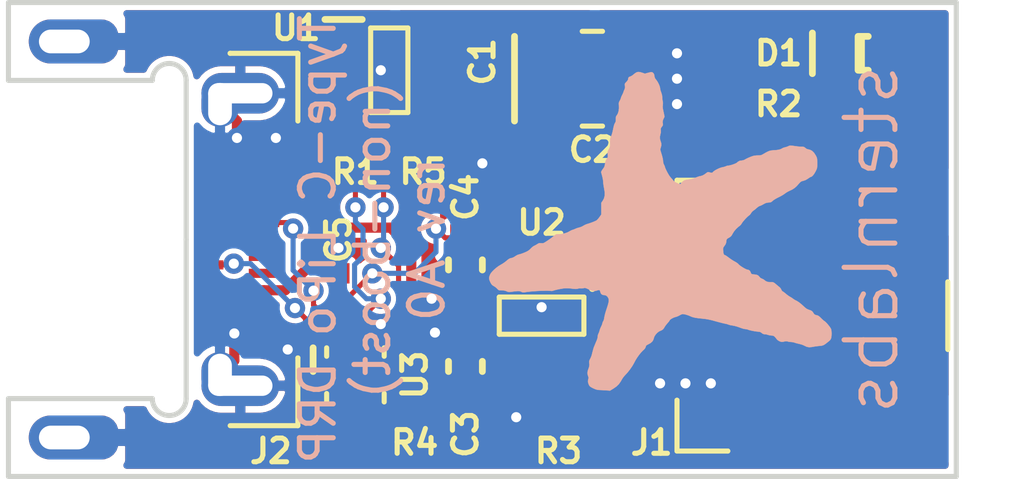
<source format=kicad_pcb>
(kicad_pcb (version 20170123) (host pcbnew "(2017-07-06 revision 885a4c1bc)-master")

  (general
    (thickness 1.6)
    (drawings 5)
    (tracks 202)
    (zones 0)
    (modules 17)
    (nets 31)
  )

  (page A4)
  (title_block
    (title "USB Type-C LiPo DRP (non-boost)")
    (date 2017-07-14)
    (rev A0)
  )

  (layers
    (0 F.Cu signal)
    (31 B.Cu signal)
    (32 B.Adhes user)
    (33 F.Adhes user)
    (34 B.Paste user)
    (35 F.Paste user)
    (36 B.SilkS user)
    (37 F.SilkS user)
    (38 B.Mask user)
    (39 F.Mask user)
    (40 Dwgs.User user)
    (41 Cmts.User user)
    (42 Eco1.User user)
    (43 Eco2.User user)
    (44 Edge.Cuts user)
    (45 Margin user)
    (46 B.CrtYd user)
    (47 F.CrtYd user)
    (48 B.Fab user hide)
    (49 F.Fab user hide)
  )

  (setup
    (last_trace_width 0.15)
    (user_trace_width 0.15)
    (user_trace_width 0.3)
    (trace_clearance 0.15)
    (zone_clearance 0.15)
    (zone_45_only no)
    (trace_min 0.15)
    (segment_width 0.2)
    (edge_width 0.15)
    (via_size 0.6)
    (via_drill 0.3)
    (via_min_size 0.6)
    (via_min_drill 0.3)
    (uvia_size 0.3)
    (uvia_drill 0.1)
    (uvias_allowed no)
    (uvia_min_size 0.2)
    (uvia_min_drill 0.1)
    (pcb_text_width 0.3)
    (pcb_text_size 1.5 1.5)
    (mod_edge_width 0.15)
    (mod_text_size 1 1)
    (mod_text_width 0.15)
    (pad_size 1 4.5)
    (pad_drill 0)
    (pad_to_mask_clearance 0.05)
    (aux_axis_origin 0 0)
    (visible_elements FFFFFF7F)
    (pcbplotparams
      (layerselection 0x00030_ffffffff)
      (usegerberextensions false)
      (excludeedgelayer true)
      (linewidth 0.100000)
      (plotframeref false)
      (viasonmask false)
      (mode 1)
      (useauxorigin false)
      (hpglpennumber 1)
      (hpglpenspeed 20)
      (hpglpendiameter 15)
      (psnegative false)
      (psa4output false)
      (plotreference true)
      (plotvalue true)
      (plotinvisibletext false)
      (padsonsilk false)
      (subtractmaskfromsilk false)
      (outputformat 1)
      (mirror false)
      (drillshape 1)
      (scaleselection 1)
      (outputdirectory ""))
  )

  (net 0 "")
  (net 1 /CC1)
  (net 2 /CC2)
  (net 3 "Net-(U3-Pad3)")
  (net 4 "Net-(R4-Pad2)")
  (net 5 "Net-(U3-Pad5)")
  (net 6 "Net-(U3-Pad6)")
  (net 7 "Net-(U3-Pad8)")
  (net 8 "Net-(U3-Pad7)")
  (net 9 /~ERR)
  (net 10 COM)
  (net 11 /~DFP)
  (net 12 VBAT)
  (net 13 "Net-(J2-PadA2)")
  (net 14 "Net-(J2-PadA3)")
  (net 15 VBUS)
  (net 16 "Net-(J2-PadA6)")
  (net 17 "Net-(J2-PadA7)")
  (net 18 "Net-(J2-PadA8)")
  (net 19 "Net-(J2-PadA10)")
  (net 20 "Net-(J2-PadA11)")
  (net 21 "Net-(J2-PadB2)")
  (net 22 "Net-(J2-PadB3)")
  (net 23 "Net-(J2-PadB6)")
  (net 24 "Net-(J2-PadB7)")
  (net 25 "Net-(J2-PadB8)")
  (net 26 "Net-(J2-PadB10)")
  (net 27 "Net-(J2-PadB11)")
  (net 28 "Net-(R3-Pad1)")
  (net 29 "Net-(D1-PadC)")
  (net 30 "Net-(D1-PadA)")

  (net_class Default "This is the default net class."
    (clearance 0.15)
    (trace_width 0.15)
    (via_dia 0.6)
    (via_drill 0.3)
    (uvia_dia 0.3)
    (uvia_drill 0.1)
    (add_net /CC1)
    (add_net /CC2)
    (add_net /~DFP)
    (add_net /~ERR)
    (add_net "Net-(D1-PadA)")
    (add_net "Net-(D1-PadC)")
    (add_net "Net-(J2-PadA10)")
    (add_net "Net-(J2-PadA11)")
    (add_net "Net-(J2-PadA2)")
    (add_net "Net-(J2-PadA3)")
    (add_net "Net-(J2-PadA6)")
    (add_net "Net-(J2-PadA7)")
    (add_net "Net-(J2-PadA8)")
    (add_net "Net-(J2-PadB10)")
    (add_net "Net-(J2-PadB11)")
    (add_net "Net-(J2-PadB2)")
    (add_net "Net-(J2-PadB3)")
    (add_net "Net-(J2-PadB6)")
    (add_net "Net-(J2-PadB7)")
    (add_net "Net-(J2-PadB8)")
    (add_net "Net-(R3-Pad1)")
    (add_net "Net-(R4-Pad2)")
    (add_net "Net-(U3-Pad3)")
    (add_net "Net-(U3-Pad5)")
    (add_net "Net-(U3-Pad6)")
    (add_net "Net-(U3-Pad7)")
    (add_net "Net-(U3-Pad8)")
  )

  (net_class Power ""
    (clearance 0.15)
    (trace_width 0.3)
    (via_dia 0.6)
    (via_drill 0.3)
    (uvia_dia 0.3)
    (uvia_drill 0.1)
    (add_net COM)
    (add_net VBAT)
    (add_net VBUS)
  )

  (module kicad-libs:starfish2-10 locked (layer B.Cu) (tedit 0) (tstamp 594FBF78)
    (at 155.75 89.75 270)
    (fp_text reference G*** (at 0 0 270) (layer B.SilkS) hide
      (effects (font (thickness 0.3)) (justify mirror))
    )
    (fp_text value LOGO (at 0.75 0 270) (layer B.SilkS) hide
      (effects (font (thickness 0.3)) (justify mirror))
    )
    (fp_poly (pts (xy 1.446348 5.040728) (xy 1.507642 5.015149) (xy 1.5113 5.013331) (xy 1.558916 4.987279)
      (xy 1.590053 4.963079) (xy 1.612182 4.93413) (xy 1.622609 4.915009) (xy 1.650317 4.871112)
      (xy 1.686629 4.826976) (xy 1.701984 4.811702) (xy 1.728372 4.786468) (xy 1.743497 4.765589)
      (xy 1.750493 4.740632) (xy 1.752494 4.703163) (xy 1.7526 4.675459) (xy 1.755722 4.612321)
      (xy 1.766303 4.56433) (xy 1.779325 4.534208) (xy 1.797834 4.486399) (xy 1.799797 4.438783)
      (xy 1.798628 4.429042) (xy 1.786433 4.337937) (xy 1.778174 4.268016) (xy 1.773779 4.215382)
      (xy 1.773178 4.176137) (xy 1.776297 4.146384) (xy 1.783064 4.122226) (xy 1.792586 4.101332)
      (xy 1.810274 4.056891) (xy 1.811445 4.018228) (xy 1.809754 4.009602) (xy 1.801652 3.964014)
      (xy 1.793633 3.900582) (xy 1.785948 3.82367) (xy 1.778848 3.737643) (xy 1.772583 3.646865)
      (xy 1.767406 3.555701) (xy 1.763567 3.468515) (xy 1.761318 3.389672) (xy 1.760909 3.323536)
      (xy 1.762591 3.274472) (xy 1.765993 3.24891) (xy 1.771811 3.203662) (xy 1.761356 3.158232)
      (xy 1.759617 3.15366) (xy 1.746195 3.111067) (xy 1.731311 3.051056) (xy 1.7165 2.981432)
      (xy 1.703299 2.91) (xy 1.693242 2.844565) (xy 1.687866 2.79293) (xy 1.687592 2.78765)
      (xy 1.688022 2.746231) (xy 1.691514 2.68938) (xy 1.697395 2.62679) (xy 1.700555 2.600031)
      (xy 1.707766 2.533905) (xy 1.709785 2.486409) (xy 1.706641 2.451316) (xy 1.701389 2.430805)
      (xy 1.693053 2.390766) (xy 1.692835 2.354149) (xy 1.693262 2.351725) (xy 1.69449 2.317637)
      (xy 1.689167 2.274969) (xy 1.686667 2.263632) (xy 1.68086 2.234356) (xy 1.681252 2.209078)
      (xy 1.68949 2.180038) (xy 1.707221 2.139476) (xy 1.71768 2.117582) (xy 1.749293 2.046376)
      (xy 1.767102 1.98983) (xy 1.772142 1.941991) (xy 1.765451 1.896906) (xy 1.759485 1.877624)
      (xy 1.744544 1.828777) (xy 1.741576 1.79792) (xy 1.751266 1.780291) (xy 1.774299 1.771127)
      (xy 1.774825 1.771014) (xy 1.832587 1.752958) (xy 1.869019 1.725845) (xy 1.8877 1.685575)
      (xy 1.8923 1.636497) (xy 1.903902 1.594943) (xy 1.934609 1.556749) (xy 1.978276 1.528)
      (xy 2.013263 1.516754) (xy 2.044007 1.513609) (xy 2.079967 1.515774) (xy 2.124952 1.524098)
      (xy 2.182771 1.539431) (xy 2.257233 1.562623) (xy 2.333864 1.588264) (xy 2.399472 1.609042)
      (xy 2.46537 1.627177) (xy 2.522875 1.640421) (xy 2.556114 1.645883) (xy 2.608021 1.655168)
      (xy 2.649845 1.669173) (xy 2.665537 1.678237) (xy 2.697058 1.695601) (xy 2.724074 1.7018)
      (xy 2.750144 1.707629) (xy 2.788696 1.722731) (xy 2.821929 1.738944) (xy 2.868724 1.761043)
      (xy 2.915366 1.77854) (xy 2.940933 1.785354) (xy 2.985039 1.798014) (xy 3.025877 1.816349)
      (xy 3.028692 1.818014) (xy 3.06841 1.833773) (xy 3.115417 1.841309) (xy 3.121781 1.841453)
      (xy 3.169955 1.848354) (xy 3.232227 1.869678) (xy 3.284015 1.892809) (xy 3.447215 1.960069)
      (xy 3.605723 2.003615) (xy 3.628387 2.007993) (xy 3.683654 2.0229) (xy 3.741868 2.045771)
      (xy 3.768285 2.05916) (xy 3.809465 2.080689) (xy 3.842145 2.090587) (xy 3.878826 2.09151)
      (xy 3.907985 2.088858) (xy 3.954671 2.086124) (xy 3.995753 2.090746) (xy 4.042839 2.104525)
      (xy 4.067464 2.113577) (xy 4.132661 2.135441) (xy 4.184262 2.144515) (xy 4.230344 2.14126)
      (xy 4.27898 2.126135) (xy 4.280042 2.125712) (xy 4.318704 2.113344) (xy 4.352388 2.112808)
      (xy 4.38722 2.120724) (xy 4.426838 2.129102) (xy 4.46144 2.127658) (xy 4.50481 2.115775)
      (xy 4.505977 2.115388) (xy 4.545609 2.100358) (xy 4.575023 2.082589) (xy 4.599158 2.056843)
      (xy 4.622956 2.017878) (xy 4.650649 1.961953) (xy 4.676798 1.899339) (xy 4.690671 1.844076)
      (xy 4.695383 1.7907) (xy 4.697667 1.737561) (xy 4.701232 1.671731) (xy 4.705384 1.605841)
      (xy 4.706218 1.59385) (xy 4.714318 1.47955) (xy 4.655647 1.382548) (xy 4.590748 1.28945)
      (xy 4.519419 1.216596) (xy 4.436311 1.158852) (xy 4.405063 1.142073) (xy 4.352653 1.110969)
      (xy 4.299672 1.072195) (xy 4.26672 1.042928) (xy 4.181553 0.964448) (xy 4.085517 0.888373)
      (xy 3.98646 0.820402) (xy 3.892234 0.766232) (xy 3.871646 0.756124) (xy 3.804538 0.720037)
      (xy 3.730899 0.673266) (xy 3.65753 0.620769) (xy 3.59123 0.567505) (xy 3.538798 0.518431)
      (xy 3.525363 0.503611) (xy 3.485028 0.460894) (xy 3.451094 0.436263) (xy 3.421798 0.426129)
      (xy 3.394178 0.417911) (xy 3.374343 0.401525) (xy 3.355655 0.370394) (xy 3.346748 0.351765)
      (xy 3.30619 0.279117) (xy 3.260742 0.22876) (xy 3.207003 0.19763) (xy 3.1623 0.18558)
      (xy 3.112084 0.167126) (xy 3.058235 0.132033) (xy 3.008044 0.086592) (xy 2.968799 0.037095)
      (xy 2.951996 0.004088) (xy 2.928177 -0.050573) (xy 2.900872 -0.088137) (xy 2.863339 -0.116696)
      (xy 2.84128 -0.128785) (xy 2.807048 -0.150124) (xy 2.764165 -0.182129) (xy 2.72367 -0.216334)
      (xy 2.688422 -0.246941) (xy 2.659842 -0.269357) (xy 2.643492 -0.279257) (xy 2.642564 -0.2794)
      (xy 2.624671 -0.290229) (xy 2.601804 -0.318412) (xy 2.577825 -0.357487) (xy 2.556596 -0.400994)
      (xy 2.54198 -0.442471) (xy 2.539959 -0.451044) (xy 2.524086 -0.502944) (xy 2.50002 -0.556841)
      (xy 2.488628 -0.576705) (xy 2.467275 -0.616604) (xy 2.453753 -0.653854) (xy 2.45125 -0.670366)
      (xy 2.457285 -0.720681) (xy 2.473284 -0.784088) (xy 2.496627 -0.851613) (xy 2.519502 -0.903954)
      (xy 2.535827 -0.942905) (xy 2.549656 -0.989493) (xy 2.561688 -1.047507) (xy 2.572619 -1.120738)
      (xy 2.58315 -1.212972) (xy 2.59049 -1.28905) (xy 2.599447 -1.358366) (xy 2.613854 -1.439104)
      (xy 2.6313 -1.518532) (xy 2.640957 -1.55575) (xy 2.671939 -1.66809) (xy 2.696308 -1.758661)
      (xy 2.714721 -1.830034) (xy 2.727834 -1.884776) (xy 2.736304 -1.925456) (xy 2.738276 -1.93675)
      (xy 2.747769 -1.978551) (xy 2.760244 -2.015029) (xy 2.76222 -2.0193) (xy 2.772779 -2.050141)
      (xy 2.782555 -2.093985) (xy 2.786744 -2.1209) (xy 2.801105 -2.200573) (xy 2.825572 -2.288249)
      (xy 2.861962 -2.390372) (xy 2.864671 -2.397376) (xy 2.880989 -2.44621) (xy 2.892196 -2.492799)
      (xy 2.8956 -2.522036) (xy 2.899827 -2.561282) (xy 2.910041 -2.593976) (xy 2.910477 -2.594809)
      (xy 2.921393 -2.62415) (xy 2.933922 -2.671398) (xy 2.946623 -2.729247) (xy 2.958052 -2.79039)
      (xy 2.966767 -2.847519) (xy 2.971323 -2.893327) (xy 2.971669 -2.904683) (xy 2.977404 -2.94928)
      (xy 2.998012 -2.987183) (xy 3.0099 -3.001609) (xy 3.037535 -3.041565) (xy 3.047613 -3.083109)
      (xy 3.048 -3.09575) (xy 3.053187 -3.142884) (xy 3.0658 -3.188991) (xy 3.06705 -3.192091)
      (xy 3.079206 -3.234739) (xy 3.085741 -3.284062) (xy 3.0861 -3.296219) (xy 3.088716 -3.330355)
      (xy 3.099006 -3.35894) (xy 3.120626 -3.387036) (xy 3.157234 -3.419707) (xy 3.198204 -3.451365)
      (xy 3.226514 -3.48137) (xy 3.251783 -3.522345) (xy 3.258464 -3.537577) (xy 3.270908 -3.575786)
      (xy 3.27383 -3.607949) (xy 3.267813 -3.64704) (xy 3.264103 -3.663101) (xy 3.25503 -3.71315)
      (xy 3.25637 -3.750919) (xy 3.262192 -3.772459) (xy 3.271598 -3.812867) (xy 3.276429 -3.85986)
      (xy 3.2766 -3.868788) (xy 3.281286 -3.917159) (xy 3.29281 -3.964898) (xy 3.295263 -3.971667)
      (xy 3.307314 -4.008734) (xy 3.320902 -4.059704) (xy 3.332969 -4.113011) (xy 3.347638 -4.169318)
      (xy 3.367313 -4.224883) (xy 3.386391 -4.265138) (xy 3.419196 -4.335437) (xy 3.431857 -4.404468)
      (xy 3.425738 -4.481246) (xy 3.421951 -4.50033) (xy 3.412973 -4.549769) (xy 3.403784 -4.613202)
      (xy 3.395974 -4.679285) (xy 3.393973 -4.699723) (xy 3.389538 -4.745224) (xy 3.384195 -4.781208)
      (xy 3.375636 -4.812133) (xy 3.361554 -4.842453) (xy 3.33964 -4.876627) (xy 3.307587 -4.91911)
      (xy 3.263087 -4.974358) (xy 3.23215 -5.012192) (xy 3.202961 -5.035441) (xy 3.163605 -5.052926)
      (xy 3.15595 -5.054961) (xy 3.099727 -5.063562) (xy 3.03593 -5.066611) (xy 2.973007 -5.064358)
      (xy 2.919409 -5.057054) (xy 2.887402 -5.047017) (xy 2.850555 -5.024762) (xy 2.805488 -4.991723)
      (xy 2.758128 -4.952971) (xy 2.714404 -4.913575) (xy 2.680244 -4.878605) (xy 2.662202 -4.854401)
      (xy 2.643937 -4.82841) (xy 2.612992 -4.793107) (xy 2.57585 -4.755855) (xy 2.573418 -4.753582)
      (xy 2.533879 -4.712688) (xy 2.506225 -4.675812) (xy 2.495515 -4.652137) (xy 2.483041 -4.600602)
      (xy 2.468456 -4.567187) (xy 2.447618 -4.544691) (xy 2.4257 -4.530821) (xy 2.38785 -4.506711)
      (xy 2.362156 -4.479183) (xy 2.343015 -4.440468) (xy 2.328686 -4.396331) (xy 2.302329 -4.334545)
      (xy 2.258279 -4.27663) (xy 2.24987 -4.267776) (xy 2.16969 -4.181016) (xy 2.109179 -4.106106)
      (xy 2.069006 -4.043901) (xy 2.05897 -4.023214) (xy 2.036775 -3.979736) (xy 2.010555 -3.939217)
      (xy 2.003756 -3.930554) (xy 1.977279 -3.894086) (xy 1.950939 -3.850636) (xy 1.94512 -3.839639)
      (xy 1.922722 -3.802786) (xy 1.890023 -3.757422) (xy 1.854843 -3.714248) (xy 1.82303 -3.676023)
      (xy 1.798005 -3.642491) (xy 1.784672 -3.620276) (xy 1.784102 -3.618718) (xy 1.767879 -3.599535)
      (xy 1.737795 -3.582916) (xy 1.73315 -3.581267) (xy 1.69483 -3.560675) (xy 1.661908 -3.530575)
      (xy 1.660731 -3.529064) (xy 1.637397 -3.49982) (xy 1.604587 -3.460395) (xy 1.571625 -3.421896)
      (xy 1.537408 -3.379963) (xy 1.517982 -3.345986) (xy 1.509918 -3.31022) (xy 1.509792 -3.262918)
      (xy 1.510592 -3.248275) (xy 1.504799 -3.180271) (xy 1.480972 -3.120125) (xy 1.453638 -3.085619)
      (xy 1.428744 -3.052677) (xy 1.410372 -3.012144) (xy 1.409304 -3.008431) (xy 1.385823 -2.961716)
      (xy 1.352672 -2.933775) (xy 1.314729 -2.897926) (xy 1.291808 -2.845371) (xy 1.282947 -2.773722)
      (xy 1.28277 -2.76063) (xy 1.277848 -2.717186) (xy 1.259674 -2.69091) (xy 1.22292 -2.674835)
      (xy 1.215657 -2.672919) (xy 1.175372 -2.65104) (xy 1.149328 -2.613543) (xy 1.143 -2.581006)
      (xy 1.135953 -2.554634) (xy 1.117308 -2.514194) (xy 1.090812 -2.465863) (xy 1.060209 -2.415816)
      (xy 1.029244 -2.370228) (xy 1.001662 -2.335276) (xy 0.98394 -2.318715) (xy 0.961377 -2.296669)
      (xy 0.934589 -2.260262) (xy 0.913847 -2.225416) (xy 0.884069 -2.171506) (xy 0.854564 -2.123317)
      (xy 0.820163 -2.072963) (xy 0.775696 -2.012558) (xy 0.765175 -1.998623) (xy 0.738258 -1.960935)
      (xy 0.718917 -1.92977) (xy 0.711209 -1.911685) (xy 0.7112 -1.911376) (xy 0.704387 -1.891954)
      (xy 0.681718 -1.878146) (xy 0.639844 -1.86864) (xy 0.588148 -1.863077) (xy 0.540173 -1.859858)
      (xy 0.508322 -1.861199) (xy 0.483416 -1.869484) (xy 0.456272 -1.887096) (xy 0.435748 -1.902628)
      (xy 0.389834 -1.933264) (xy 0.346686 -1.949522) (xy 0.305193 -1.955799) (xy 0.266865 -1.960175)
      (xy 0.242672 -1.968254) (xy 0.224661 -1.98564) (xy 0.204879 -2.017939) (xy 0.197064 -2.032)
      (xy 0.172241 -2.072306) (xy 0.146269 -2.10064) (xy 0.110732 -2.12472) (xy 0.07602 -2.142996)
      (xy 0.006832 -2.186497) (xy -0.063556 -2.246264) (xy -0.127033 -2.314926) (xy -0.156223 -2.354048)
      (xy -0.182558 -2.381644) (xy -0.219196 -2.40784) (xy -0.228487 -2.412942) (xy -0.259558 -2.433375)
      (xy -0.301115 -2.466739) (xy -0.347542 -2.507795) (xy -0.393226 -2.551304) (xy -0.432553 -2.592027)
      (xy -0.459908 -2.624725) (xy -0.466722 -2.63525) (xy -0.486498 -2.657126) (xy -0.51872 -2.680299)
      (xy -0.528942 -2.68605) (xy -0.566954 -2.713221) (xy -0.598679 -2.747687) (xy -0.603 -2.754296)
      (xy -0.626516 -2.787957) (xy -0.659336 -2.828352) (xy -0.681728 -2.853231) (xy -0.712042 -2.889838)
      (xy -0.734697 -2.925584) (xy -0.742802 -2.945725) (xy -0.753522 -2.975567) (xy -0.773497 -3.017104)
      (xy -0.795334 -3.05609) (xy -0.82307 -3.108062) (xy -0.837673 -3.153922) (xy -0.843105 -3.203628)
      (xy -0.846975 -3.248804) (xy -0.856716 -3.27984) (xy -0.876909 -3.307965) (xy -0.89244 -3.324529)
      (xy -0.917393 -3.356268) (xy -0.947777 -3.403966) (xy -0.979085 -3.460204) (xy -0.998282 -3.49885)
      (xy -1.028215 -3.558261) (xy -1.060585 -3.615708) (xy -1.090657 -3.663071) (xy -1.106345 -3.684144)
      (xy -1.137894 -3.728494) (xy -1.169678 -3.783113) (xy -1.189317 -3.823844) (xy -1.230218 -3.908888)
      (xy -1.275178 -3.977354) (xy -1.330481 -4.037964) (xy -1.367331 -4.070897) (xy -1.413258 -4.110432)
      (xy -1.443652 -4.139813) (xy -1.462695 -4.164901) (xy -1.474567 -4.191557) (xy -1.48345 -4.225641)
      (xy -1.48593 -4.237119) (xy -1.508294 -4.300398) (xy -1.546648 -4.365042) (xy -1.549988 -4.369587)
      (xy -1.575752 -4.40637) (xy -1.593866 -4.436529) (xy -1.600201 -4.452669) (xy -1.611557 -4.481358)
      (xy -1.643291 -4.515648) (xy -1.691899 -4.552487) (xy -1.753878 -4.588826) (xy -1.760425 -4.592187)
      (xy -1.80311 -4.61344) (xy -1.836181 -4.627536) (xy -1.866849 -4.635923) (xy -1.902321 -4.640044)
      (xy -1.94981 -4.641346) (xy -2.005485 -4.641313) (xy -2.069544 -4.640738) (xy -2.115041 -4.638694)
      (xy -2.148811 -4.63387) (xy -2.177691 -4.624959) (xy -2.208518 -4.61065) (xy -2.232991 -4.597754)
      (xy -2.312327 -4.546287) (xy -2.367526 -4.4894) (xy -2.399474 -4.426047) (xy -2.406922 -4.392226)
      (xy -2.421678 -4.335922) (xy -2.450714 -4.293018) (xy -2.452417 -4.291252) (xy -2.473575 -4.266348)
      (xy -2.484657 -4.240909) (xy -2.488775 -4.20527) (xy -2.489201 -4.177055) (xy -2.491274 -4.13016)
      (xy -2.49683 -4.068396) (xy -2.504874 -4.001893) (xy -2.509532 -3.969948) (xy -2.518431 -3.910886)
      (xy -2.523043 -3.87059) (xy -2.523199 -3.842761) (xy -2.518731 -3.8211) (xy -2.509468 -3.79931)
      (xy -2.504703 -3.78978) (xy -2.485779 -3.743357) (xy -2.471953 -3.693744) (xy -2.470619 -3.686548)
      (xy -2.45825 -3.643275) (xy -2.439077 -3.604711) (xy -2.434768 -3.598716) (xy -2.414502 -3.558394)
      (xy -2.398535 -3.495885) (xy -2.387448 -3.41413) (xy -2.382367 -3.33375) (xy -2.377723 -3.282485)
      (xy -2.366195 -3.233927) (xy -2.345459 -3.181873) (xy -2.313191 -3.120117) (xy -2.283185 -3.068932)
      (xy -2.256194 -3.022062) (xy -2.240657 -2.987015) (xy -2.233737 -2.954615) (xy -2.232594 -2.915687)
      (xy -2.232814 -2.906105) (xy -2.231615 -2.851828) (xy -2.226248 -2.796796) (xy -2.221725 -2.770872)
      (xy -2.207376 -2.722168) (xy -2.184501 -2.661257) (xy -2.157073 -2.597421) (xy -2.129067 -2.539941)
      (xy -2.105725 -2.499939) (xy -2.089545 -2.462995) (xy -2.082801 -2.421452) (xy -2.0828 -2.421391)
      (xy -2.072958 -2.353558) (xy -2.044489 -2.299491) (xy -2.024773 -2.27965) (xy -2.007435 -2.255943)
      (xy -1.987471 -2.214452) (xy -1.967352 -2.162273) (xy -1.949545 -2.106505) (xy -1.936522 -2.054246)
      (xy -1.930751 -2.012594) (xy -1.930667 -2.009144) (xy -1.924621 -1.9769) (xy -1.911138 -1.942688)
      (xy -1.897405 -1.906532) (xy -1.886164 -1.860746) (xy -1.883615 -1.845178) (xy -1.87201 -1.798415)
      (xy -1.850415 -1.741661) (xy -1.822497 -1.682267) (xy -1.791919 -1.627585) (xy -1.762346 -1.584968)
      (xy -1.744813 -1.566738) (xy -1.725722 -1.549716) (xy -1.717849 -1.533728) (xy -1.719592 -1.509961)
      (xy -1.728073 -1.474584) (xy -1.737037 -1.435382) (xy -1.737691 -1.410728) (xy -1.728929 -1.390815)
      (xy -1.716803 -1.374696) (xy -1.669558 -1.310523) (xy -1.639574 -1.256069) (xy -1.623889 -1.20568)
      (xy -1.621899 -1.193375) (xy -1.612336 -1.152181) (xy -1.594791 -1.099941) (xy -1.573503 -1.048962)
      (xy -1.545216 -0.977011) (xy -1.528667 -0.90283) (xy -1.52333 -0.85749) (xy -1.513118 -0.781648)
      (xy -1.496626 -0.724757) (xy -1.471175 -0.680625) (xy -1.434087 -0.643058) (xy -1.428672 -0.638653)
      (xy -1.401818 -0.614916) (xy -1.386045 -0.596508) (xy -1.384301 -0.591998) (xy -1.388501 -0.575005)
      (xy -1.399449 -0.541909) (xy -1.412875 -0.504979) (xy -1.444334 -0.440761) (xy -1.485276 -0.393841)
      (xy -1.490796 -0.38923) (xy -1.529241 -0.35727) (xy -1.573818 -0.319077) (xy -1.598746 -0.297209)
      (xy -1.629893 -0.274004) (xy -1.674879 -0.245969) (xy -1.727843 -0.216144) (xy -1.782919 -0.187566)
      (xy -1.834245 -0.163275) (xy -1.875957 -0.146308) (xy -1.902192 -0.139706) (xy -1.902684 -0.1397)
      (xy -1.922216 -0.13352) (xy -1.952067 -0.118266) (xy -1.958669 -0.114347) (xy -2.000476 -0.09686)
      (xy -2.045232 -0.088982) (xy -2.047693 -0.088947) (xy -2.098075 -0.085076) (xy -2.161246 -0.072995)
      (xy -2.240986 -0.051861) (xy -2.312317 -0.03008) (xy -2.361715 -0.015016) (xy -2.395161 -0.007581)
      (xy -2.420734 -0.007172) (xy -2.446509 -0.013186) (xy -2.463138 -0.018816) (xy -2.53213 -0.035812)
      (xy -2.592814 -0.03337) (xy -2.633777 -0.020484) (xy -2.71565 0.004068) (xy -2.791968 0.005826)
      (xy -2.844974 -0.006407) (xy -2.918419 -0.021434) (xy -2.969398 -0.01938) (xy -3.008481 -0.016034)
      (xy -3.036532 -0.021767) (xy -3.066009 -0.040119) (xy -3.079627 -0.050702) (xy -3.114699 -0.075167)
      (xy -3.141167 -0.083639) (xy -3.161769 -0.080911) (xy -3.216317 -0.072474) (xy -3.270619 -0.081631)
      (xy -3.318736 -0.101804) (xy -3.377723 -0.131263) (xy -3.482737 -0.109039) (xy -3.537813 -0.097385)
      (xy -3.588961 -0.086564) (xy -3.626734 -0.078575) (xy -3.6322 -0.077419) (xy -3.676902 -0.074243)
      (xy -3.7211 -0.079779) (xy -3.781611 -0.084414) (xy -3.826844 -0.077517) (xy -3.879071 -0.068764)
      (xy -3.936234 -0.063683) (xy -3.953844 -0.063198) (xy -4.018195 -0.05541) (xy -4.087707 -0.03472)
      (xy -4.09575 -0.031507) (xy -4.142952 -0.014721) (xy -4.187391 -0.003308) (xy -4.213504 -0.000058)
      (xy -4.255866 0.007167) (xy -4.310513 0.026327) (xy -4.369661 0.053787) (xy -4.425525 0.085917)
      (xy -4.470321 0.119082) (xy -4.471951 0.12054) (xy -4.518008 0.153739) (xy -4.557442 0.165101)
      (xy -4.61311 0.172703) (xy -4.657824 0.193424) (xy -4.684848 0.224135) (xy -4.684928 0.224311)
      (xy -4.691525 0.246516) (xy -4.691197 0.27442) (xy -4.683341 0.314847) (xy -4.673564 0.352334)
      (xy -4.64737 0.447811) (xy -4.673185 0.522406) (xy -4.693143 0.589643) (xy -4.698779 0.642629)
      (xy -4.688601 0.68904) (xy -4.661113 0.736547) (xy -4.622134 0.784539) (xy -4.59379 0.821234)
      (xy -4.572651 0.856463) (xy -4.565928 0.873368) (xy -4.549818 0.9146) (xy -4.524935 0.935195)
      (xy -4.494736 0.9398) (xy -4.461641 0.948461) (xy -4.423454 0.976217) (xy -4.406733 0.992272)
      (xy -4.376328 1.021655) (xy -4.353568 1.036457) (xy -4.328502 1.040415) (xy -4.29118 1.037266)
      (xy -4.287951 1.036888) (xy -4.237974 1.034443) (xy -4.198271 1.042499) (xy -4.171624 1.054267)
      (xy -4.137811 1.069854) (xy -4.112286 1.078724) (xy -4.107055 1.0795) (xy -4.088606 1.085085)
      (xy -4.055482 1.099642) (xy -4.019551 1.1176) (xy -3.978785 1.137499) (xy -3.944925 1.151286)
      (xy -3.927302 1.1557) (xy -3.905441 1.161823) (xy -3.871621 1.177445) (xy -3.850594 1.189039)
      (xy -3.81826 1.206442) (xy -3.790428 1.215491) (xy -3.757687 1.217762) (xy -3.710625 1.214835)
      (xy -3.701545 1.214027) (xy -3.623118 1.213058) (xy -3.546457 1.223052) (xy -3.478573 1.242431)
      (xy -3.426476 1.269619) (xy -3.415833 1.278271) (xy -3.392694 1.295336) (xy -3.365885 1.303582)
      (xy -3.326251 1.305253) (xy -3.307883 1.304708) (xy -3.258813 1.305059) (xy -3.224387 1.31232)
      (xy -3.194269 1.328793) (xy -3.191749 1.330568) (xy -3.15175 1.350235) (xy -3.088042 1.368837)
      (xy -3.012745 1.384343) (xy -2.944413 1.398783) (xy -2.87745 1.416611) (xy -2.821275 1.435181)
      (xy -2.799147 1.444394) (xy -2.760341 1.461279) (xy -2.726806 1.471416) (xy -2.689982 1.47621)
      (xy -2.641305 1.477065) (xy -2.604574 1.476317) (xy -2.54717 1.475354) (xy -2.507194 1.477128)
      (xy -2.4767 1.483164) (xy -2.447746 1.494988) (xy -2.414782 1.512775) (xy -2.373319 1.534662)
      (xy -2.341199 1.545417) (xy -2.306496 1.547521) (xy -2.263953 1.544143) (xy -2.21831 1.540503)
      (xy -2.187645 1.542698) (xy -2.161783 1.553028) (xy -2.130549 1.573796) (xy -2.129499 1.57455)
      (xy -2.083622 1.601209) (xy -2.031229 1.617165) (xy -1.991656 1.623328) (xy -1.943223 1.631845)
      (xy -1.901218 1.643894) (xy -1.877752 1.65507) (xy -1.825365 1.692817) (xy -1.788776 1.717819)
      (xy -1.763103 1.732078) (xy -1.743462 1.737595) (xy -1.724971 1.736369) (xy -1.702745 1.730403)
      (xy -1.697618 1.728875) (xy -1.599966 1.702666) (xy -1.513725 1.685098) (xy -1.444097 1.677188)
      (xy -1.431704 1.676847) (xy -1.391835 1.673867) (xy -1.336715 1.66628) (xy -1.275779 1.655473)
      (xy -1.249959 1.650142) (xy -1.140406 1.633473) (xy -1.046262 1.634892) (xy -0.964778 1.654725)
      (xy -0.894545 1.692349) (xy -0.836057 1.73355) (xy -0.48895 1.73355) (xy -0.408241 1.7907)
      (xy -0.366827 1.822508) (xy -0.332361 1.853461) (xy -0.311596 1.877431) (xy -0.310316 1.8796)
      (xy -0.287393 1.927397) (xy -0.261589 1.989574) (xy -0.236776 2.056025) (xy -0.216826 2.116646)
      (xy -0.2098 2.14195) (xy -0.191771 2.193613) (xy -0.165941 2.245923) (xy -0.155487 2.2626)
      (xy -0.129619 2.309794) (xy -0.108746 2.36416) (xy -0.103312 2.384845) (xy -0.090089 2.434187)
      (xy -0.073101 2.481882) (xy -0.065347 2.499145) (xy -0.047441 2.539993) (xy -0.034098 2.57916)
      (xy -0.03275 2.58445) (xy -0.019509 2.620303) (xy 0.001686 2.659958) (xy 0.006261 2.667)
      (xy 0.041129 2.732724) (xy 0.069602 2.813552) (xy 0.088681 2.899419) (xy 0.09518 2.96545)
      (xy 0.096815 3.012135) (xy 0.098458 3.049542) (xy 0.099757 3.069674) (xy 0.099772 3.069802)
      (xy 0.108649 3.086814) (xy 0.129967 3.115799) (xy 0.155575 3.146384) (xy 0.185549 3.183218)
      (xy 0.223421 3.233893) (xy 0.263575 3.29074) (xy 0.28957 3.329392) (xy 0.324009 3.382435)
      (xy 0.346476 3.419913) (xy 0.359137 3.44736) (xy 0.364157 3.470312) (xy 0.363703 3.494304)
      (xy 0.361488 3.513159) (xy 0.358474 3.555484) (xy 0.365176 3.586873) (xy 0.384661 3.620907)
      (xy 0.386412 3.62349) (xy 0.412207 3.665676) (xy 0.43475 3.709533) (xy 0.438762 3.71874)
      (xy 0.458713 3.752274) (xy 0.490946 3.791933) (xy 0.521632 3.8227) (xy 0.557318 3.858441)
      (xy 0.586046 3.897361) (xy 0.612941 3.947281) (xy 0.633927 3.99415) (xy 0.65652 4.050595)
      (xy 0.675784 4.105047) (xy 0.688773 4.148911) (xy 0.69181 4.163054) (xy 0.707505 4.211531)
      (xy 0.736105 4.262993) (xy 0.745209 4.275647) (xy 0.771643 4.316866) (xy 0.790914 4.358967)
      (xy 0.796553 4.379794) (xy 0.804084 4.416641) (xy 0.816432 4.448413) (xy 0.837381 4.481832)
      (xy 0.870713 4.523619) (xy 0.890463 4.5466) (xy 0.928456 4.59535) (xy 0.967898 4.653934)
      (xy 0.997867 4.70535) (xy 1.037345 4.770597) (xy 1.087026 4.837846) (xy 1.142168 4.901855)
      (xy 1.198028 4.957383) (xy 1.249863 4.99919) (xy 1.279671 5.01677) (xy 1.34166 5.041401)
      (xy 1.39412 5.049433) (xy 1.446348 5.040728)) (layer B.SilkS) (width 0.01))
  )

  (module kicad-libs:SMD-3528-CP (layer F.Cu) (tedit 594F0906) (tstamp 594F4453)
    (at 153.75 85.25)
    (path /594EABDA)
    (fp_text reference C2 (at 0 2.1) (layer F.SilkS)
      (effects (font (size 0.7 0.7) (thickness 0.15)))
    )
    (fp_text value 120u (at 0 -0.35) (layer F.Fab) hide
      (effects (font (size 0.7 0.7) (thickness 0.15)))
    )
    (fp_line (start -2.3 -1.25) (end -2.3 1.25) (layer F.SilkS) (width 0.2))
    (fp_line (start -0.3 -1.4) (end 0.3 -1.4) (layer F.SilkS) (width 0.15))
    (fp_line (start -0.3 1.4) (end 0.3 1.4) (layer F.SilkS) (width 0.15))
    (fp_line (start -2.5 -1.75) (end 2.5 -1.75) (layer F.CrtYd) (width 0.05))
    (fp_line (start -2.5 1.75) (end -2.5 -1.75) (layer F.CrtYd) (width 0.05))
    (fp_line (start 2.5 1.75) (end -2.5 1.75) (layer F.CrtYd) (width 0.05))
    (fp_line (start 2.5 -1.75) (end 2.5 1.75) (layer F.CrtYd) (width 0.05))
    (fp_text user %R (at 0.5 0) (layer F.Fab)
      (effects (font (size 1.5 1.5) (thickness 0.15)))
    )
    (fp_line (start -2.5 1.4) (end -2.5 -1.4) (layer F.Fab) (width 0.1))
    (fp_line (start 2.5 1.4) (end -2.5 1.4) (layer F.Fab) (width 0.1))
    (fp_line (start 2.5 -1.4) (end 2.5 1.4) (layer F.Fab) (width 0.1))
    (fp_line (start -2.5 -1.4) (end 2.5 -1.4) (layer F.Fab) (width 0.1))
    (fp_line (start -2.4 -1.3) (end -2.4 1.3) (layer F.Fab) (width 0.15))
    (fp_line (start -2.3 1.3) (end -2.3 -1.3) (layer F.Fab) (width 0.15))
    (fp_line (start -2.2 -1.3) (end -2.2 1.3) (layer F.Fab) (width 0.15))
    (fp_line (start -2.1 1.3) (end -2.1 -1.3) (layer F.Fab) (width 0.15))
    (fp_line (start -2 1.3) (end -2 -1.3) (layer F.Fab) (width 0.15))
    (fp_line (start -1.9 -1.3) (end -1.9 1.3) (layer F.Fab) (width 0.15))
    (fp_line (start -1.8 1.3) (end -1.8 -1.3) (layer F.Fab) (width 0.15))
    (fp_line (start -1.7 -1.3) (end -1.7 1.3) (layer F.Fab) (width 0.15))
    (fp_line (start -1.6 1.3) (end -1.6 -1.3) (layer F.Fab) (width 0.15))
    (pad - smd rect (at 1.4 0) (size 1.5 2.7) (layers F.Cu F.Paste F.Mask)
      (net 10 COM) (thermal_width 0.5))
    (pad + smd rect (at -1.3 0) (size 1.5 2.7) (layers F.Cu F.Paste F.Mask)
      (net 12 VBAT) (thermal_width 0.5))
  )

  (module kicad-libs:JST-PH-2-RIGHT-SMD (layer F.Cu) (tedit 594F0918) (tstamp 594F465A)
    (at 159.75 92.25 270)
    (path /594C314F)
    (fp_text reference J1 (at 3.75 4.25) (layer F.SilkS)
      (effects (font (size 0.7 0.7) (thickness 0.15)))
    )
    (fp_text value BAT (at 0 -0.5 270) (layer F.Fab) hide
      (effects (font (size 1 1) (thickness 0.15)))
    )
    (fp_line (start -4 3.5) (end -4 2) (layer F.SilkS) (width 0.15))
    (fp_line (start -4 3.5) (end -2.5 3.5) (layer F.SilkS) (width 0.15))
    (fp_line (start 4 2) (end 4 2) (layer F.SilkS) (width 0.15))
    (fp_line (start 4 3.5) (end 4 2) (layer F.SilkS) (width 0.15))
    (fp_line (start 2.5 3.5) (end 2.5 3.5) (layer F.SilkS) (width 0.15))
    (fp_line (start 4 3.5) (end 2.5 3.5) (layer F.SilkS) (width 0.15))
    (fp_line (start -1 -4.5) (end 1 -4.5) (layer F.SilkS) (width 0.15))
    (fp_text user %R (at 0 0.75 180) (layer F.Fab)
      (effects (font (size 1.5 1.5) (thickness 0.15)))
    )
    (fp_line (start -4.5 5.75) (end -4.5 -4.75) (layer F.Fab) (width 0.1))
    (fp_line (start 4.5 5.75) (end -4.5 5.75) (layer F.Fab) (width 0.1))
    (fp_line (start 4.5 -4.75) (end 4.5 5.75) (layer F.Fab) (width 0.1))
    (fp_line (start -4.5 -4.75) (end 4.5 -4.75) (layer F.Fab) (width 0.1))
    (fp_line (start -4.5 -4.75) (end 4.5 -4.75) (layer F.CrtYd) (width 0.05))
    (fp_line (start -4.5 5.75) (end -4.5 -6.75) (layer F.CrtYd) (width 0.05))
    (fp_line (start 4.5 5.75) (end -4.5 5.75) (layer F.CrtYd) (width 0.05))
    (fp_line (start 4.5 -6.75) (end 4.5 5.75) (layer F.CrtYd) (width 0.05))
    (fp_line (start -4.5 -6.75) (end 4.5 -6.75) (layer F.CrtYd) (width 0.05))
    (pad "" smd rect (at -3.35 -2.8 270) (size 1.5 3.4) (layers F.Cu F.Paste F.Mask))
    (pad "" smd rect (at 3.35 -2.8 270) (size 1.5 3.4) (layers F.Cu F.Paste F.Mask))
    (pad 1 smd rect (at 1 3.25 270) (size 1 4.5) (layers F.Cu F.Paste F.Mask)
      (net 10 COM) (thermal_width 2))
    (pad 2 smd rect (at -1 3.25 270) (size 1 4.5) (layers F.Cu F.Paste F.Mask)
      (net 12 VBAT) (thermal_width 2))
  )

  (module kicad-libs:USB-TYPE-C-DX07B024JJ1 (layer F.Cu) (tedit 594F0747) (tstamp 594F42FF)
    (at 138.25 90 270)
    (path /594C3028)
    (fp_text reference J2 (at 6.25 -6) (layer F.SilkS)
      (effects (font (size 0.7 0.7) (thickness 0.15)))
    )
    (fp_text value "USB Type-C Receptacle" (at 0 -2.3 270) (layer F.Fab) hide
      (effects (font (size 1 1) (thickness 0.15)))
    )
    (fp_text user %R (at 0 -2.05 270) (layer F.Fab)
      (effects (font (size 1.5 1.5) (thickness 0.15)))
    )
    (fp_line (start 3.5 -6.8) (end 3.5 -6.8) (layer F.SilkS) (width 0.15))
    (fp_line (start 5.5 -6.8) (end 3.5 -6.8) (layer F.SilkS) (width 0.15))
    (fp_line (start 5.5 -4.8) (end 5.5 -6.8) (layer F.SilkS) (width 0.15))
    (fp_line (start -5.5 -4.8) (end -5.5 -4.8) (layer F.SilkS) (width 0.15))
    (fp_line (start -5.5 -6.8) (end -5.5 -4.8) (layer F.SilkS) (width 0.15))
    (fp_line (start -3.5 -6.8) (end -5.5 -6.8) (layer F.SilkS) (width 0.15))
    (fp_line (start -7 1.95) (end -7 -6.8) (layer F.CrtYd) (width 0.05))
    (fp_line (start 7 1.95) (end -7 1.95) (layer F.CrtYd) (width 0.05))
    (fp_line (start 7 -6.8) (end 7 1.95) (layer F.CrtYd) (width 0.05))
    (fp_line (start -7 -6.8) (end 7 -6.8) (layer F.CrtYd) (width 0.05))
    (fp_line (start -7 1.95) (end -7 -6.8) (layer F.Fab) (width 0.1))
    (fp_line (start 7 1.95) (end -7 1.95) (layer F.Fab) (width 0.1))
    (fp_line (start 7 -6.8) (end 7 1.95) (layer F.Fab) (width 0.1))
    (fp_line (start -7 -6.8) (end 7 -6.8) (layer F.Fab) (width 0.1))
    (fp_arc (start 4.7 -3) (end 4.7 -3.5) (angle 180) (layer Edge.Cuts) (width 0.15))
    (fp_line (start 4.7 1.75) (end 4.7 -2.5) (layer Edge.Cuts) (width 0.15))
    (fp_line (start 4.7 -3.5) (end 0 -3.5) (layer Edge.Cuts) (width 0.15))
    (fp_line (start 7 1.75) (end 4.7 1.75) (layer Edge.Cuts) (width 0.15))
    (fp_line (start -4.7 -3.5) (end 0 -3.5) (layer Edge.Cuts) (width 0.15))
    (fp_arc (start -4.7 -3) (end -4.7 -3.5) (angle -180) (layer Edge.Cuts) (width 0.15))
    (fp_line (start -4.7 1.75) (end -4.7 -2.5) (layer Edge.Cuts) (width 0.15))
    (fp_line (start -7 1.75) (end -4.7 1.75) (layer Edge.Cuts) (width 0.15))
    (pad B12 smd rect (at -2.75 -4.2 270) (size 0.27 0.8) (layers F.Cu F.Paste F.Mask)
      (net 10 COM))
    (pad B11 smd rect (at -2.25 -4.2 270) (size 0.27 0.8) (layers F.Cu F.Paste F.Mask)
      (net 27 "Net-(J2-PadB11)"))
    (pad B10 smd rect (at -1.75 -4.2 270) (size 0.27 0.8) (layers F.Cu F.Paste F.Mask)
      (net 26 "Net-(J2-PadB10)"))
    (pad B9 smd rect (at -1.25 -4.2 270) (size 0.27 0.8) (layers F.Cu F.Paste F.Mask)
      (net 15 VBUS))
    (pad B8 smd rect (at -0.75 -4.2 270) (size 0.27 0.8) (layers F.Cu F.Paste F.Mask)
      (net 25 "Net-(J2-PadB8)"))
    (pad B7 smd rect (at -0.25 -4.2 270) (size 0.27 0.8) (layers F.Cu F.Paste F.Mask)
      (net 24 "Net-(J2-PadB7)"))
    (pad B6 smd rect (at 0.25 -4.2 270) (size 0.27 0.8) (layers F.Cu F.Paste F.Mask)
      (net 23 "Net-(J2-PadB6)"))
    (pad B5 smd rect (at 0.75 -4.2 270) (size 0.27 0.8) (layers F.Cu F.Paste F.Mask)
      (net 2 /CC2))
    (pad B4 smd rect (at 1.25 -4.2 270) (size 0.27 0.8) (layers F.Cu F.Paste F.Mask)
      (net 15 VBUS))
    (pad B3 smd rect (at 1.75 -4.2 270) (size 0.27 0.8) (layers F.Cu F.Paste F.Mask)
      (net 22 "Net-(J2-PadB3)"))
    (pad B2 smd rect (at 2.25 -4.2 270) (size 0.27 0.8) (layers F.Cu F.Paste F.Mask)
      (net 21 "Net-(J2-PadB2)"))
    (pad B1 smd rect (at 2.75 -4.2 270) (size 0.27 0.8) (layers F.Cu F.Paste F.Mask)
      (net 10 COM))
    (pad A12 smd rect (at 3 -5.8 270) (size 0.27 0.9) (layers F.Cu F.Paste F.Mask)
      (net 10 COM))
    (pad A11 smd rect (at 2.5 -5.8 270) (size 0.27 0.9) (layers F.Cu F.Paste F.Mask)
      (net 20 "Net-(J2-PadA11)"))
    (pad A10 smd rect (at 2 -5.8 270) (size 0.27 0.9) (layers F.Cu F.Paste F.Mask)
      (net 19 "Net-(J2-PadA10)"))
    (pad A9 smd rect (at 1.5 -5.8 270) (size 0.27 0.9) (layers F.Cu F.Paste F.Mask)
      (net 15 VBUS))
    (pad A8 smd rect (at 1 -5.8 270) (size 0.27 0.9) (layers F.Cu F.Paste F.Mask)
      (net 18 "Net-(J2-PadA8)"))
    (pad A7 smd rect (at 0.5 -5.8 270) (size 0.27 0.9) (layers F.Cu F.Paste F.Mask)
      (net 17 "Net-(J2-PadA7)"))
    (pad A6 smd rect (at 0 -5.8 270) (size 0.27 0.9) (layers F.Cu F.Paste F.Mask)
      (net 16 "Net-(J2-PadA6)"))
    (pad A5 smd rect (at -0.5 -5.8 270) (size 0.27 0.9) (layers F.Cu F.Paste F.Mask)
      (net 1 /CC1))
    (pad A4 smd rect (at -1 -5.8 270) (size 0.27 0.9) (layers F.Cu F.Paste F.Mask)
      (net 15 VBUS))
    (pad A3 smd rect (at -1.5 -5.8 270) (size 0.27 0.9) (layers F.Cu F.Paste F.Mask)
      (net 14 "Net-(J2-PadA3)"))
    (pad A2 smd rect (at -2 -5.8 270) (size 0.27 0.9) (layers F.Cu F.Paste F.Mask)
      (net 13 "Net-(J2-PadA2)"))
    (pad A1 smd rect (at -2.5 -5.8 270) (size 0.27 0.9) (layers F.Cu F.Paste F.Mask)
      (net 10 COM))
    (pad SHEL connect roundrect (at 5.85 -0.65 270) (size 1.3 1.7) (layers B.Cu B.Mask)(roundrect_rratio 0.385)
      (net 10 COM) (thermal_width 0.5))
    (pad SHEL thru_hole oval (at 4.32 -5.1 270) (size 1.2 2.3) (drill oval 0.6 1.9) (layers *.Cu *.Mask)
      (net 10 COM))
    (pad SHEL thru_hole oval (at 4 -4.5 270) (size 1.35 1.1) (drill oval 1.25 0.7) (layers *.Cu *.Mask)
      (net 10 COM))
    (pad SHEL connect roundrect (at 5.85 -0.65 270) (size 1.3 1.7) (layers F.Cu F.Mask)(roundrect_rratio 0.385)
      (net 10 COM) (thermal_width 0.5))
    (pad SHEL thru_hole oval (at 5.85 0.1 270) (size 1.3 2.1) (drill oval 0.7 1.5) (layers *.Cu *.Mask)
      (net 10 COM))
    (pad SHEL thru_hole oval (at -4 -4.5 270) (size 1.35 1.1) (drill oval 1.25 0.7) (layers *.Cu *.Mask)
      (net 10 COM))
    (pad SHEL thru_hole oval (at -4.32 -5.1 270) (size 1.2 2.3) (drill oval 0.6 1.9) (layers *.Cu *.Mask)
      (net 10 COM))
    (pad SHEL connect roundrect (at -5.85 -0.65 270) (size 1.3 1.7) (layers B.Cu B.Mask)(roundrect_rratio 0.385)
      (net 10 COM) (thermal_width 0.5))
    (pad SHEL connect roundrect (at -5.85 -0.65 270) (size 1.3 1.7) (layers F.Cu F.Mask)(roundrect_rratio 0.385)
      (net 10 COM) (thermal_width 0.5))
    (pad SHEL thru_hole oval (at -5.85 0.1 270) (size 1.3 2.1) (drill oval 0.7 1.5) (layers *.Cu *.Mask)
      (net 10 COM))
  )

  (module kicad-libs:SMD-1608-LED (layer F.Cu) (tedit 55EEF591) (tstamp 594F7973)
    (at 161.75 84.5 270)
    (path /594EB0DD)
    (fp_text reference D1 (at 0 2.5) (layer F.SilkS)
      (effects (font (size 0.7 0.7) (thickness 0.15)))
    )
    (fp_text value LED (at 1.35 0) (layer F.SilkS) hide
      (effects (font (size 0.7 0.7) (thickness 0.15)))
    )
    (fp_text user %R (at 0 -0.3) (layer F.Fab)
      (effects (font (size 0.9 0.9) (thickness 0.09)))
    )
    (fp_line (start 0.75 0.9) (end -0.75 0.9) (layer F.Fab) (width 0.1))
    (fp_line (start -0.75 0.95) (end 0.75 0.95) (layer F.Fab) (width 0.1))
    (fp_line (start 0.75 1) (end -0.75 1) (layer F.Fab) (width 0.1))
    (fp_line (start -0.75 1.05) (end 0.75 1.05) (layer F.Fab) (width 0.1))
    (fp_line (start 0.75 1.1) (end -0.75 1.1) (layer F.Fab) (width 0.1))
    (fp_line (start -0.75 1.15) (end 0.75 1.15) (layer F.Fab) (width 0.1))
    (fp_line (start 0.75 1.2) (end -0.75 1.2) (layer F.Fab) (width 0.1))
    (fp_line (start -0.75 1.25) (end 0.75 1.25) (layer F.Fab) (width 0.1))
    (fp_line (start 0.75 1.3) (end -0.75 1.3) (layer F.Fab) (width 0.1))
    (fp_line (start -0.75 1.35) (end 0.75 1.35) (layer F.Fab) (width 0.1))
    (fp_line (start 0.75 1.4) (end -0.75 1.4) (layer F.Fab) (width 0.1))
    (fp_line (start -0.75 1.45) (end 0.75 1.45) (layer F.Fab) (width 0.1))
    (fp_line (start -0.75 1.5) (end -0.75 -1.5) (layer F.Fab) (width 0.1))
    (fp_line (start 0.75 1.5) (end -0.75 1.5) (layer F.Fab) (width 0.1))
    (fp_line (start 0.75 -1.5) (end 0.75 1.5) (layer F.Fab) (width 0.1))
    (fp_line (start -0.75 -1.5) (end 0.75 -1.5) (layer F.Fab) (width 0.1))
    (fp_line (start -0.6 1.5) (end 0.6 1.5) (layer F.SilkS) (width 0.2))
    (fp_line (start -0.45 0.1) (end 0.45 0.1) (layer F.SilkS) (width 0.3))
    (fp_line (start 0.75 1.5) (end 0.75 -1.5) (layer F.CrtYd) (width 0.05))
    (fp_line (start 0.75 -1.5) (end -0.75 -1.5) (layer F.CrtYd) (width 0.05))
    (fp_line (start -0.75 -1.5) (end -0.75 1.5) (layer F.CrtYd) (width 0.05))
    (fp_line (start -0.75 1.5) (end 0.75 1.5) (layer F.CrtYd) (width 0.05))
    (fp_line (start -0.5 -0.15) (end -0.5 0.15) (layer F.SilkS) (width 0.2))
    (fp_line (start 0.5 -0.15) (end 0.5 0.15) (layer F.SilkS) (width 0.2))
    (pad A smd rect (at 0 -0.8 270) (size 0.9 0.8) (layers F.Cu F.Paste F.Mask)
      (net 30 "Net-(D1-PadA)"))
    (pad C smd rect (at 0 0.8 270) (size 0.9 0.8) (layers F.Cu F.Paste F.Mask)
      (net 29 "Net-(D1-PadC)"))
  )

  (module kicad-libs:SMD-1005 (layer F.Cu) (tedit 55D615E0) (tstamp 594F4629)
    (at 146.75 87 270)
    (path /594EA592)
    (fp_text reference R5 (at 1 -2) (layer F.SilkS)
      (effects (font (size 0.7 0.7) (thickness 0.15)))
    )
    (fp_text value 200k (at 1.35 0) (layer F.SilkS) hide
      (effects (font (size 0.7 0.7) (thickness 0.15)))
    )
    (fp_line (start 0.5 0.95) (end -0.5 0.95) (layer F.Fab) (width 0.1))
    (fp_line (start -0.5 0.95) (end -0.5 -0.95) (layer F.Fab) (width 0.1))
    (fp_line (start 0.5 -0.95) (end 0.5 0.95) (layer F.CrtYd) (width 0.05))
    (fp_line (start -0.5 -0.95) (end 0.5 -0.95) (layer F.CrtYd) (width 0.05))
    (fp_line (start -0.5 -0.95) (end 0.5 -0.95) (layer F.Fab) (width 0.1))
    (fp_line (start -0.5 0.95) (end -0.5 -0.95) (layer F.CrtYd) (width 0.05))
    (fp_line (start 0.5 0.95) (end -0.5 0.95) (layer F.CrtYd) (width 0.05))
    (fp_line (start 0.5 -0.95) (end 0.5 0.95) (layer F.Fab) (width 0.1))
    (fp_text user %R (at 0 0) (layer F.Fab)
      (effects (font (size 0.6 0.6) (thickness 0.06)))
    )
    (pad 2 smd rect (at 0 0.5 270) (size 0.65 0.6) (layers F.Cu F.Paste F.Mask)
      (net 9 /~ERR))
    (pad 1 smd rect (at 0 -0.5 270) (size 0.65 0.6) (layers F.Cu F.Paste F.Mask)
      (net 12 VBAT))
  )

  (module kicad-libs:SMD-1005 (layer F.Cu) (tedit 55D615E0) (tstamp 594F45FE)
    (at 146.75 96 270)
    (path /594E9707)
    (fp_text reference R4 (at 0 -1.75) (layer F.SilkS)
      (effects (font (size 0.7 0.7) (thickness 0.15)))
    )
    (fp_text value 900k (at 1.35 0) (layer F.SilkS) hide
      (effects (font (size 0.7 0.7) (thickness 0.15)))
    )
    (fp_text user %R (at 0 0) (layer F.Fab)
      (effects (font (size 0.6 0.6) (thickness 0.06)))
    )
    (fp_line (start 0.5 -0.95) (end 0.5 0.95) (layer F.Fab) (width 0.1))
    (fp_line (start 0.5 0.95) (end -0.5 0.95) (layer F.CrtYd) (width 0.05))
    (fp_line (start -0.5 0.95) (end -0.5 -0.95) (layer F.CrtYd) (width 0.05))
    (fp_line (start -0.5 -0.95) (end 0.5 -0.95) (layer F.Fab) (width 0.1))
    (fp_line (start -0.5 -0.95) (end 0.5 -0.95) (layer F.CrtYd) (width 0.05))
    (fp_line (start 0.5 -0.95) (end 0.5 0.95) (layer F.CrtYd) (width 0.05))
    (fp_line (start -0.5 0.95) (end -0.5 -0.95) (layer F.Fab) (width 0.1))
    (fp_line (start 0.5 0.95) (end -0.5 0.95) (layer F.Fab) (width 0.1))
    (pad 1 smd rect (at 0 -0.5 270) (size 0.65 0.6) (layers F.Cu F.Paste F.Mask)
      (net 15 VBUS))
    (pad 2 smd rect (at 0 0.5 270) (size 0.65 0.6) (layers F.Cu F.Paste F.Mask)
      (net 4 "Net-(R4-Pad2)"))
  )

  (module kicad-libs:SMD-1005 (layer F.Cu) (tedit 55D615E0) (tstamp 594F45D3)
    (at 152.75 95.25 270)
    (path /594C367E)
    (fp_text reference R3 (at 1 0) (layer F.SilkS)
      (effects (font (size 0.7 0.7) (thickness 0.15)))
    )
    (fp_text value 2k (at 1.35 0) (layer F.SilkS) hide
      (effects (font (size 0.7 0.7) (thickness 0.15)))
    )
    (fp_line (start 0.5 0.95) (end -0.5 0.95) (layer F.Fab) (width 0.1))
    (fp_line (start -0.5 0.95) (end -0.5 -0.95) (layer F.Fab) (width 0.1))
    (fp_line (start 0.5 -0.95) (end 0.5 0.95) (layer F.CrtYd) (width 0.05))
    (fp_line (start -0.5 -0.95) (end 0.5 -0.95) (layer F.CrtYd) (width 0.05))
    (fp_line (start -0.5 -0.95) (end 0.5 -0.95) (layer F.Fab) (width 0.1))
    (fp_line (start -0.5 0.95) (end -0.5 -0.95) (layer F.CrtYd) (width 0.05))
    (fp_line (start 0.5 0.95) (end -0.5 0.95) (layer F.CrtYd) (width 0.05))
    (fp_line (start 0.5 -0.95) (end 0.5 0.95) (layer F.Fab) (width 0.1))
    (fp_text user %R (at 0 0) (layer F.Fab)
      (effects (font (size 0.6 0.6) (thickness 0.06)))
    )
    (pad 2 smd rect (at 0 0.5 270) (size 0.65 0.6) (layers F.Cu F.Paste F.Mask)
      (net 10 COM))
    (pad 1 smd rect (at 0 -0.5 270) (size 0.65 0.6) (layers F.Cu F.Paste F.Mask)
      (net 28 "Net-(R3-Pad1)"))
  )

  (module kicad-libs:SMD-1005 (layer F.Cu) (tedit 55D615E0) (tstamp 594F45A8)
    (at 161.75 86 90)
    (path /594EB28E)
    (fp_text reference R2 (at 0 -2.5 180) (layer F.SilkS)
      (effects (font (size 0.7 0.7) (thickness 0.15)))
    )
    (fp_text value 5k (at 1.35 0 180) (layer F.SilkS) hide
      (effects (font (size 0.7 0.7) (thickness 0.15)))
    )
    (fp_text user %R (at 0 0 180) (layer F.Fab)
      (effects (font (size 0.6 0.6) (thickness 0.06)))
    )
    (fp_line (start 0.5 -0.95) (end 0.5 0.95) (layer F.Fab) (width 0.1))
    (fp_line (start 0.5 0.95) (end -0.5 0.95) (layer F.CrtYd) (width 0.05))
    (fp_line (start -0.5 0.95) (end -0.5 -0.95) (layer F.CrtYd) (width 0.05))
    (fp_line (start -0.5 -0.95) (end 0.5 -0.95) (layer F.Fab) (width 0.1))
    (fp_line (start -0.5 -0.95) (end 0.5 -0.95) (layer F.CrtYd) (width 0.05))
    (fp_line (start 0.5 -0.95) (end 0.5 0.95) (layer F.CrtYd) (width 0.05))
    (fp_line (start -0.5 0.95) (end -0.5 -0.95) (layer F.Fab) (width 0.1))
    (fp_line (start 0.5 0.95) (end -0.5 0.95) (layer F.Fab) (width 0.1))
    (pad 1 smd rect (at 0 -0.5 90) (size 0.65 0.6) (layers F.Cu F.Paste F.Mask)
      (net 15 VBUS))
    (pad 2 smd rect (at 0 0.5 90) (size 0.65 0.6) (layers F.Cu F.Paste F.Mask)
      (net 30 "Net-(D1-PadA)"))
  )

  (module kicad-libs:SMD-1005 (layer F.Cu) (tedit 55D615E0) (tstamp 594F457D)
    (at 148.75 87 90)
    (path /594E9F81)
    (fp_text reference R1 (at -1 -2 180) (layer F.SilkS)
      (effects (font (size 0.7 0.7) (thickness 0.15)))
    )
    (fp_text value 200k (at 1.35 0 180) (layer F.SilkS) hide
      (effects (font (size 0.7 0.7) (thickness 0.15)))
    )
    (fp_line (start 0.5 0.95) (end -0.5 0.95) (layer F.Fab) (width 0.1))
    (fp_line (start -0.5 0.95) (end -0.5 -0.95) (layer F.Fab) (width 0.1))
    (fp_line (start 0.5 -0.95) (end 0.5 0.95) (layer F.CrtYd) (width 0.05))
    (fp_line (start -0.5 -0.95) (end 0.5 -0.95) (layer F.CrtYd) (width 0.05))
    (fp_line (start -0.5 -0.95) (end 0.5 -0.95) (layer F.Fab) (width 0.1))
    (fp_line (start -0.5 0.95) (end -0.5 -0.95) (layer F.CrtYd) (width 0.05))
    (fp_line (start 0.5 0.95) (end -0.5 0.95) (layer F.CrtYd) (width 0.05))
    (fp_line (start 0.5 -0.95) (end 0.5 0.95) (layer F.Fab) (width 0.1))
    (fp_text user %R (at 0 0 180) (layer F.Fab)
      (effects (font (size 0.6 0.6) (thickness 0.06)))
    )
    (pad 2 smd rect (at 0 0.5 90) (size 0.65 0.6) (layers F.Cu F.Paste F.Mask)
      (net 11 /~DFP))
    (pad 1 smd rect (at 0 -0.5 90) (size 0.65 0.6) (layers F.Cu F.Paste F.Mask)
      (net 12 VBAT))
  )

  (module kicad-libs:SMD-1005 (layer F.Cu) (tedit 55D615E0) (tstamp 594F4552)
    (at 146.25 91.5 180)
    (path /594EB6BD)
    (fp_text reference C5 (at 0 1.5 270) (layer F.SilkS)
      (effects (font (size 0.7 0.7) (thickness 0.15)))
    )
    (fp_text value 0.1u (at 1.35 0 270) (layer F.SilkS) hide
      (effects (font (size 0.7 0.7) (thickness 0.15)))
    )
    (fp_text user %R (at 0 0 270) (layer F.Fab)
      (effects (font (size 0.6 0.6) (thickness 0.06)))
    )
    (fp_line (start 0.5 -0.95) (end 0.5 0.95) (layer F.Fab) (width 0.1))
    (fp_line (start 0.5 0.95) (end -0.5 0.95) (layer F.CrtYd) (width 0.05))
    (fp_line (start -0.5 0.95) (end -0.5 -0.95) (layer F.CrtYd) (width 0.05))
    (fp_line (start -0.5 -0.95) (end 0.5 -0.95) (layer F.Fab) (width 0.1))
    (fp_line (start -0.5 -0.95) (end 0.5 -0.95) (layer F.CrtYd) (width 0.05))
    (fp_line (start 0.5 -0.95) (end 0.5 0.95) (layer F.CrtYd) (width 0.05))
    (fp_line (start -0.5 0.95) (end -0.5 -0.95) (layer F.Fab) (width 0.1))
    (fp_line (start 0.5 0.95) (end -0.5 0.95) (layer F.Fab) (width 0.1))
    (pad 1 smd rect (at 0 -0.5 180) (size 0.65 0.6) (layers F.Cu F.Paste F.Mask)
      (net 12 VBAT))
    (pad 2 smd rect (at 0 0.5 180) (size 0.65 0.6) (layers F.Cu F.Paste F.Mask)
      (net 10 COM))
  )

  (module kicad-libs:SMD-1005 (layer F.Cu) (tedit 55D615E0) (tstamp 594F4527)
    (at 150.5 86.5)
    (path /594EBB25)
    (fp_text reference C1 (at 0 -1.75 90) (layer F.SilkS)
      (effects (font (size 0.7 0.7) (thickness 0.15)))
    )
    (fp_text value 0.1u (at 1.35 0 90) (layer F.SilkS) hide
      (effects (font (size 0.7 0.7) (thickness 0.15)))
    )
    (fp_text user %R (at 0 0 90) (layer F.Fab)
      (effects (font (size 0.6 0.6) (thickness 0.06)))
    )
    (fp_line (start 0.5 -0.95) (end 0.5 0.95) (layer F.Fab) (width 0.1))
    (fp_line (start 0.5 0.95) (end -0.5 0.95) (layer F.CrtYd) (width 0.05))
    (fp_line (start -0.5 0.95) (end -0.5 -0.95) (layer F.CrtYd) (width 0.05))
    (fp_line (start -0.5 -0.95) (end 0.5 -0.95) (layer F.Fab) (width 0.1))
    (fp_line (start -0.5 -0.95) (end 0.5 -0.95) (layer F.CrtYd) (width 0.05))
    (fp_line (start 0.5 -0.95) (end 0.5 0.95) (layer F.CrtYd) (width 0.05))
    (fp_line (start -0.5 0.95) (end -0.5 -0.95) (layer F.Fab) (width 0.1))
    (fp_line (start 0.5 0.95) (end -0.5 0.95) (layer F.Fab) (width 0.1))
    (pad 1 smd rect (at 0 -0.5) (size 0.65 0.6) (layers F.Cu F.Paste F.Mask)
      (net 12 VBAT))
    (pad 2 smd rect (at 0 0.5) (size 0.65 0.6) (layers F.Cu F.Paste F.Mask)
      (net 10 COM))
  )

  (module kicad-libs:SMD-1608 (layer F.Cu) (tedit 55ED9268) (tstamp 594F44C7)
    (at 150 90.75)
    (path /594C344B)
    (fp_text reference C4 (at 0 -2 90) (layer F.SilkS)
      (effects (font (size 0.7 0.7) (thickness 0.15)))
    )
    (fp_text value 4.7u (at 0 0 90) (layer F.Fab) hide
      (effects (font (size 0.7 0.7) (thickness 0.15)))
    )
    (fp_line (start -0.75 -1.5) (end 0.75 -1.5) (layer F.Fab) (width 0.1))
    (fp_line (start 0.75 -1.5) (end 0.75 1.5) (layer F.Fab) (width 0.1))
    (fp_line (start 0.75 1.5) (end -0.75 1.5) (layer F.Fab) (width 0.1))
    (fp_line (start -0.75 1.5) (end -0.75 -1.5) (layer F.Fab) (width 0.1))
    (fp_text user %R (at 0 0 90) (layer F.Fab)
      (effects (font (size 1 1) (thickness 0.1)))
    )
    (fp_line (start 0.75 1.5) (end 0.75 -1.5) (layer F.CrtYd) (width 0.05))
    (fp_line (start 0.75 -1.5) (end -0.75 -1.5) (layer F.CrtYd) (width 0.05))
    (fp_line (start -0.75 -1.5) (end -0.75 1.5) (layer F.CrtYd) (width 0.05))
    (fp_line (start -0.75 1.5) (end 0.75 1.5) (layer F.CrtYd) (width 0.05))
    (fp_line (start -0.5 -0.15) (end -0.5 0.15) (layer F.SilkS) (width 0.2))
    (fp_line (start 0.5 -0.15) (end 0.5 0.15) (layer F.SilkS) (width 0.2))
    (pad 1 smd rect (at 0 -0.8) (size 0.9 0.8) (layers F.Cu F.Paste F.Mask)
      (net 12 VBAT))
    (pad 2 smd rect (at 0 0.8) (size 0.9 0.8) (layers F.Cu F.Paste F.Mask)
      (net 10 COM))
  )

  (module kicad-libs:SMD-1608 (layer F.Cu) (tedit 55ED9268) (tstamp 594F4496)
    (at 150 93.75 180)
    (path /594EACFA)
    (fp_text reference C3 (at 0 -2 270) (layer F.SilkS)
      (effects (font (size 0.7 0.7) (thickness 0.15)))
    )
    (fp_text value 4.7u (at 0 0 270) (layer F.Fab) hide
      (effects (font (size 0.7 0.7) (thickness 0.15)))
    )
    (fp_line (start 0.5 -0.15) (end 0.5 0.15) (layer F.SilkS) (width 0.2))
    (fp_line (start -0.5 -0.15) (end -0.5 0.15) (layer F.SilkS) (width 0.2))
    (fp_line (start -0.75 1.5) (end 0.75 1.5) (layer F.CrtYd) (width 0.05))
    (fp_line (start -0.75 -1.5) (end -0.75 1.5) (layer F.CrtYd) (width 0.05))
    (fp_line (start 0.75 -1.5) (end -0.75 -1.5) (layer F.CrtYd) (width 0.05))
    (fp_line (start 0.75 1.5) (end 0.75 -1.5) (layer F.CrtYd) (width 0.05))
    (fp_text user %R (at 0 0 270) (layer F.Fab)
      (effects (font (size 1 1) (thickness 0.1)))
    )
    (fp_line (start -0.75 1.5) (end -0.75 -1.5) (layer F.Fab) (width 0.1))
    (fp_line (start 0.75 1.5) (end -0.75 1.5) (layer F.Fab) (width 0.1))
    (fp_line (start 0.75 -1.5) (end 0.75 1.5) (layer F.Fab) (width 0.1))
    (fp_line (start -0.75 -1.5) (end 0.75 -1.5) (layer F.Fab) (width 0.1))
    (pad 2 smd rect (at 0 0.8 180) (size 0.9 0.8) (layers F.Cu F.Paste F.Mask)
      (net 10 COM))
    (pad 1 smd rect (at 0 -0.8 180) (size 0.9 0.8) (layers F.Cu F.Paste F.Mask)
      (net 15 VBUS))
  )

  (module kicad-libs:SOT-23-5 (layer F.Cu) (tedit 57325CE1) (tstamp 594F43F9)
    (at 152.25 92.25 180)
    (path /594C331B)
    (fp_text reference U2 (at 0 2.75) (layer F.SilkS)
      (effects (font (size 0.7 0.7) (thickness 0.15)))
    )
    (fp_text value TP4055 (at 0 0 180) (layer F.SilkS) hide
      (effects (font (size 0.81 0.81) (thickness 0.15)))
    )
    (fp_line (start -1.5 1.9) (end -1.5 0.8) (layer F.SilkS) (width 0.2))
    (fp_line (start 0.1 1.85) (end -1.25 0.5) (layer F.Fab) (width 0.15))
    (fp_line (start -1.25 0.65) (end -0.05 1.85) (layer F.Fab) (width 0.15))
    (fp_line (start -0.2 1.85) (end -1.25 0.8) (layer F.Fab) (width 0.15))
    (fp_line (start -1.25 0.95) (end -0.35 1.85) (layer F.Fab) (width 0.15))
    (fp_line (start -1.25 1.85) (end -1.2 1.8) (layer F.Fab) (width 0.15))
    (fp_line (start -1.25 1.7) (end -1.1 1.85) (layer F.Fab) (width 0.15))
    (fp_line (start -0.95 1.85) (end -1.25 1.55) (layer F.Fab) (width 0.15))
    (fp_line (start -1.25 1.4) (end -0.8 1.85) (layer F.Fab) (width 0.15))
    (fp_line (start -0.65 1.85) (end -1.25 1.25) (layer F.Fab) (width 0.15))
    (fp_line (start -1.25 1.1) (end -0.5 1.85) (layer F.Fab) (width 0.15))
    (fp_line (start -1.3 -1.9) (end 1.3 -1.9) (layer F.Fab) (width 0.1))
    (fp_line (start 1.3 -1.9) (end 1.3 1.9) (layer F.Fab) (width 0.1))
    (fp_line (start 1.3 1.9) (end -1.3 1.9) (layer F.Fab) (width 0.1))
    (fp_line (start -1.3 1.9) (end -1.3 -1.9) (layer F.Fab) (width 0.1))
    (fp_text user %R (at 0 -0.2 270) (layer F.Fab)
      (effects (font (size 1 1) (thickness 0.1)))
    )
    (fp_line (start -1.25 -0.55) (end 1.25 -0.55) (layer F.SilkS) (width 0.15))
    (fp_line (start 1.25 -0.55) (end 1.25 0.55) (layer F.SilkS) (width 0.15))
    (fp_line (start 1.25 0.55) (end -1.25 0.55) (layer F.SilkS) (width 0.15))
    (fp_line (start -1.25 0.55) (end -1.25 -0.55) (layer F.SilkS) (width 0.15))
    (fp_line (start -1.5 -2.15) (end 1.5 -2.15) (layer F.CrtYd) (width 0.05))
    (fp_line (start 1.5 -2.15) (end 1.5 2.15) (layer F.CrtYd) (width 0.05))
    (fp_line (start 1.5 2.15) (end -1.5 2.15) (layer F.CrtYd) (width 0.05))
    (fp_line (start -1.5 2.15) (end -1.5 -2.15) (layer F.CrtYd) (width 0.05))
    (pad 1 smd rect (at -0.95 1.35 180) (size 0.6 1.05) (layers F.Cu F.Paste F.Mask)
      (net 29 "Net-(D1-PadC)"))
    (pad 2 smd rect (at 0 1.35 180) (size 0.6 1.05) (layers F.Cu F.Paste F.Mask)
      (net 10 COM))
    (pad 3 smd rect (at 0.95 1.35 180) (size 0.6 1.05) (layers F.Cu F.Paste F.Mask)
      (net 12 VBAT))
    (pad 4 smd rect (at 0.95 -1.35 180) (size 0.6 1.05) (layers F.Cu F.Paste F.Mask)
      (net 15 VBUS))
    (pad 5 smd rect (at -0.95 -1.35 180) (size 0.6 1.05) (layers F.Cu F.Paste F.Mask)
      (net 28 "Net-(R3-Pad1)"))
  )

  (module kicad-libs:SOT-23-5 (layer F.Cu) (tedit 57325CE1) (tstamp 594F4398)
    (at 147.75 85 270)
    (path /594E8E63)
    (fp_text reference U1 (at -1.25 2.75) (layer F.SilkS)
      (effects (font (size 0.7 0.7) (thickness 0.15)))
    )
    (fp_text value AP2161 (at 0 0 270) (layer F.SilkS) hide
      (effects (font (size 0.81 0.81) (thickness 0.15)))
    )
    (fp_line (start -1.5 1.9) (end -1.5 0.8) (layer F.SilkS) (width 0.2))
    (fp_line (start 0.1 1.85) (end -1.25 0.5) (layer F.Fab) (width 0.15))
    (fp_line (start -1.25 0.65) (end -0.05 1.85) (layer F.Fab) (width 0.15))
    (fp_line (start -0.2 1.85) (end -1.25 0.8) (layer F.Fab) (width 0.15))
    (fp_line (start -1.25 0.95) (end -0.35 1.85) (layer F.Fab) (width 0.15))
    (fp_line (start -1.25 1.85) (end -1.2 1.8) (layer F.Fab) (width 0.15))
    (fp_line (start -1.25 1.7) (end -1.1 1.85) (layer F.Fab) (width 0.15))
    (fp_line (start -0.95 1.85) (end -1.25 1.55) (layer F.Fab) (width 0.15))
    (fp_line (start -1.25 1.4) (end -0.8 1.85) (layer F.Fab) (width 0.15))
    (fp_line (start -0.65 1.85) (end -1.25 1.25) (layer F.Fab) (width 0.15))
    (fp_line (start -1.25 1.1) (end -0.5 1.85) (layer F.Fab) (width 0.15))
    (fp_line (start -1.3 -1.9) (end 1.3 -1.9) (layer F.Fab) (width 0.1))
    (fp_line (start 1.3 -1.9) (end 1.3 1.9) (layer F.Fab) (width 0.1))
    (fp_line (start 1.3 1.9) (end -1.3 1.9) (layer F.Fab) (width 0.1))
    (fp_line (start -1.3 1.9) (end -1.3 -1.9) (layer F.Fab) (width 0.1))
    (fp_text user %R (at 0 -0.2) (layer F.Fab)
      (effects (font (size 1 1) (thickness 0.1)))
    )
    (fp_line (start -1.25 -0.55) (end 1.25 -0.55) (layer F.SilkS) (width 0.15))
    (fp_line (start 1.25 -0.55) (end 1.25 0.55) (layer F.SilkS) (width 0.15))
    (fp_line (start 1.25 0.55) (end -1.25 0.55) (layer F.SilkS) (width 0.15))
    (fp_line (start -1.25 0.55) (end -1.25 -0.55) (layer F.SilkS) (width 0.15))
    (fp_line (start -1.5 -2.15) (end 1.5 -2.15) (layer F.CrtYd) (width 0.05))
    (fp_line (start 1.5 -2.15) (end 1.5 2.15) (layer F.CrtYd) (width 0.05))
    (fp_line (start 1.5 2.15) (end -1.5 2.15) (layer F.CrtYd) (width 0.05))
    (fp_line (start -1.5 2.15) (end -1.5 -2.15) (layer F.CrtYd) (width 0.05))
    (pad 1 smd rect (at -0.95 1.35 270) (size 0.6 1.05) (layers F.Cu F.Paste F.Mask)
      (net 15 VBUS))
    (pad 2 smd rect (at 0 1.35 270) (size 0.6 1.05) (layers F.Cu F.Paste F.Mask)
      (net 10 COM))
    (pad 3 smd rect (at 0.95 1.35 270) (size 0.6 1.05) (layers F.Cu F.Paste F.Mask)
      (net 9 /~ERR))
    (pad 4 smd rect (at 0.95 -1.35 270) (size 0.6 1.05) (layers F.Cu F.Paste F.Mask)
      (net 11 /~DFP))
    (pad 5 smd rect (at -0.95 -1.35 270) (size 0.6 1.05) (layers F.Cu F.Paste F.Mask)
      (net 12 VBAT))
  )

  (module kicad-libs:X2QFN-12 (layer F.Cu) (tedit 594EEDD0) (tstamp 594F4270)
    (at 146.75 94)
    (path /594C2F58)
    (solder_paste_ratio -0.00000001)
    (fp_text reference U3 (at 1.75 0 90) (layer F.SilkS)
      (effects (font (size 0.7 0.7) (thickness 0.15)))
    )
    (fp_text value TUSB320HA (at 0 -2.25) (layer F.Fab) hide
      (effects (font (size 1 1) (thickness 0.15)))
    )
    (fp_line (start -1.25 -0.45) (end -0.45 -1.25) (layer F.Fab) (width 0.1))
    (fp_line (start -1.25 -0.55) (end -0.55 -1.25) (layer F.Fab) (width 0.1))
    (fp_line (start -1.25 -0.65) (end -0.65 -1.25) (layer F.Fab) (width 0.1))
    (fp_line (start -0.75 -1.25) (end -1.25 -0.75) (layer F.Fab) (width 0.1))
    (fp_line (start -1.25 -0.85) (end -0.85 -1.25) (layer F.Fab) (width 0.1))
    (fp_line (start -0.95 -1.25) (end -1.25 -0.95) (layer F.Fab) (width 0.1))
    (fp_line (start -1.25 -1.05) (end -1.05 -1.25) (layer F.Fab) (width 0.1))
    (fp_line (start -1.15 -1.25) (end -1.25 -1.15) (layer F.Fab) (width 0.1))
    (fp_text user %R (at 0 0) (layer F.Fab)
      (effects (font (size 0.8 0.8) (thickness 0.08)))
    )
    (fp_line (start -1.25 1.25) (end -1.25 -1.25) (layer F.Fab) (width 0.1))
    (fp_line (start 1.25 1.25) (end -1.25 1.25) (layer F.Fab) (width 0.1))
    (fp_line (start 1.25 -1.25) (end 1.25 1.25) (layer F.Fab) (width 0.1))
    (fp_line (start -1.25 -1.25) (end 1.25 -1.25) (layer F.Fab) (width 0.1))
    (fp_line (start -1.25 1.25) (end -1.25 -1.25) (layer F.CrtYd) (width 0.05))
    (fp_line (start 1.25 1.25) (end -1.25 1.25) (layer F.CrtYd) (width 0.05))
    (fp_line (start 1.25 -1.25) (end 1.25 1.25) (layer F.CrtYd) (width 0.05))
    (fp_line (start -1.25 -1.25) (end 1.25 -1.25) (layer F.CrtYd) (width 0.05))
    (fp_line (start 0.85 -0.8) (end 0.85 -0.55) (layer F.SilkS) (width 0.15))
    (fp_line (start 0.85 0.55) (end 0.85 0.8) (layer F.SilkS) (width 0.15))
    (fp_line (start -0.85 0.55) (end -0.85 0.8) (layer F.SilkS) (width 0.15))
    (fp_line (start -1.25 -0.1) (end -1.25 -0.8) (layer F.SilkS) (width 0.2))
    (fp_line (start -0.85 -0.8) (end -0.85 -0.55) (layer F.SilkS) (width 0.15))
    (pad 8 smd roundrect (at 0.65 -0.2) (size 0.67 0.2) (layers F.Paste)(roundrect_rratio 0.25)
      (net 7 "Net-(U3-Pad8)"))
    (pad 2 smd roundrect (at -0.65 0.2) (size 0.67 0.2) (layers F.Paste)(roundrect_rratio 0.25)
      (net 2 /CC2))
    (pad 7 smd roundrect (at 0.65 0.2) (size 0.67 0.2) (layers F.Paste)(roundrect_rratio 0.25)
      (net 8 "Net-(U3-Pad7)"))
    (pad 1 smd roundrect (at -0.65 -0.2) (size 0.67 0.2) (layers F.Paste)(roundrect_rratio 0.25)
      (net 1 /CC1))
    (pad 12 smd roundrect (at -0.6 -0.75 90) (size 0.5 0.2) (layers F.Cu F.Paste F.Mask)(roundrect_rratio 0.25)
      (net 12 VBAT))
    (pad 9 smd roundrect (at 0.6 -0.75 90) (size 0.5 0.2) (layers F.Cu F.Paste F.Mask)(roundrect_rratio 0.25)
      (net 11 /~DFP))
    (pad 10 smd roundrect (at 0.2 -0.75 90) (size 0.5 0.2) (layers F.Cu F.Paste F.Mask)(roundrect_rratio 0.25)
      (net 10 COM))
    (pad 11 smd roundrect (at -0.2 -0.75 90) (size 0.5 0.2) (layers F.Cu F.Paste F.Mask)(roundrect_rratio 0.25)
      (net 9 /~ERR))
    (pad 7 smd roundrect (at 0.65 0.2) (size 0.7 0.2) (layers F.Cu F.Mask)(roundrect_rratio 0.25)
      (net 8 "Net-(U3-Pad7)"))
    (pad 8 smd roundrect (at 0.65 -0.2) (size 0.7 0.2) (layers F.Cu F.Mask)(roundrect_rratio 0.25)
      (net 7 "Net-(U3-Pad8)"))
    (pad 6 smd roundrect (at 0.6 0.75 90) (size 0.5 0.2) (layers F.Cu F.Paste F.Mask)(roundrect_rratio 0.25)
      (net 6 "Net-(U3-Pad6)"))
    (pad 5 smd roundrect (at 0.2 0.75 90) (size 0.5 0.2) (layers F.Cu F.Paste F.Mask)(roundrect_rratio 0.25)
      (net 5 "Net-(U3-Pad5)"))
    (pad 4 smd roundrect (at -0.2 0.75 90) (size 0.5 0.2) (layers F.Cu F.Paste F.Mask)(roundrect_rratio 0.25)
      (net 4 "Net-(R4-Pad2)"))
    (pad 3 smd roundrect (at -0.6 0.75 90) (size 0.5 0.2) (layers F.Cu F.Paste F.Mask)(roundrect_rratio 0.25)
      (net 3 "Net-(U3-Pad3)"))
    (pad 2 smd roundrect (at -0.65 0.2) (size 0.7 0.2) (layers F.Cu F.Mask)(roundrect_rratio 0.25)
      (net 2 /CC2))
    (pad 1 smd roundrect (at -0.65 -0.2) (size 0.7 0.2) (layers F.Cu F.Mask)(roundrect_rratio 0.25)
      (net 1 /CC1))
  )

  (gr_text "Type-C LiPo DRP\n(non-boost)\nrev A0" (at 147.25 90 90) (layer B.SilkS)
    (effects (font (size 1 1) (thickness 0.15)) (justify mirror))
  )
  (gr_text sternlabs (at 162 90 90) (layer B.SilkS)
    (effects (font (size 1.5 1.5) (thickness 0.15)) (justify mirror))
  )
  (gr_line (start 164.5 97) (end 136.5 97) (layer Edge.Cuts) (width 0.15))
  (gr_line (start 164.5 83) (end 164.5 97) (layer Edge.Cuts) (width 0.15))
  (gr_line (start 136.5 83) (end 164.5 83) (layer Edge.Cuts) (width 0.15))

  (segment (start 146.1 93.8) (end 145.65 93.8) (width 0.15) (layer F.Cu) (net 1))
  (segment (start 145.575013 91.999277) (end 145.511766 91.93603) (width 0.15) (layer F.Cu) (net 1))
  (segment (start 145.575013 93.725013) (end 145.575013 91.999277) (width 0.15) (layer F.Cu) (net 1))
  (segment (start 145.65 93.8) (end 145.575013 93.725013) (width 0.15) (layer F.Cu) (net 1))
  (segment (start 145.511766 91.93603) (end 145.511766 91.511766) (width 0.15) (layer F.Cu) (net 1))
  (segment (start 144.908823 89.676942) (end 144.908823 90.908823) (width 0.15) (layer B.Cu) (net 1))
  (segment (start 144.908823 90.908823) (end 145.511766 91.511766) (width 0.15) (layer B.Cu) (net 1))
  (via (at 145.511766 91.511766) (size 0.6) (drill 0.3) (layers F.Cu B.Cu) (net 1))
  (segment (start 144.05 89.5) (end 144.731881 89.5) (width 0.15) (layer F.Cu) (net 1))
  (segment (start 144.731881 89.5) (end 144.908823 89.676942) (width 0.15) (layer F.Cu) (net 1))
  (via (at 144.908823 89.676942) (size 0.6) (drill 0.3) (layers F.Cu B.Cu) (net 1))
  (segment (start 144.05 89.5) (end 144.540002 89.5) (width 0.15) (layer F.Cu) (net 1))
  (segment (start 145.65 94.2) (end 146.1 94.2) (width 0.15) (layer F.Cu) (net 2))
  (segment (start 145.275006 92.336583) (end 145.275006 93.849284) (width 0.15) (layer F.Cu) (net 2))
  (segment (start 144.964153 92.02573) (end 145.275006 92.336583) (width 0.15) (layer F.Cu) (net 2))
  (segment (start 145.625722 94.2) (end 145.65 94.2) (width 0.15) (layer F.Cu) (net 2))
  (segment (start 145.275006 93.849284) (end 145.625722 94.2) (width 0.15) (layer F.Cu) (net 2))
  (segment (start 143.156995 90.714042) (end 143.652465 90.714042) (width 0.15) (layer B.Cu) (net 2))
  (segment (start 143.652465 90.714042) (end 144.964153 92.02573) (width 0.15) (layer B.Cu) (net 2))
  (via (at 144.964153 92.02573) (size 0.6) (drill 0.3) (layers F.Cu B.Cu) (net 2))
  (segment (start 143.121037 90.75) (end 143.156995 90.714042) (width 0.15) (layer F.Cu) (net 2))
  (segment (start 142.45 90.75) (end 143.121037 90.75) (width 0.15) (layer F.Cu) (net 2))
  (via (at 143.156995 90.714042) (size 0.6) (drill 0.3) (layers F.Cu B.Cu) (net 2))
  (segment (start 146.55 94.75) (end 146.55 95.7) (width 0.15) (layer F.Cu) (net 4))
  (segment (start 146.55 95.7) (end 146.25 96) (width 0.15) (layer F.Cu) (net 4))
  (segment (start 146.75 89.049998) (end 146.75 89.474262) (width 0.15) (layer B.Cu) (net 9))
  (via (at 147.499977 91.75) (size 0.6) (drill 0.3) (layers F.Cu B.Cu) (net 9))
  (segment (start 146.75 89.474262) (end 146.975003 89.699265) (width 0.15) (layer B.Cu) (net 9))
  (segment (start 146.724999 91.399286) (end 147.075713 91.75) (width 0.15) (layer B.Cu) (net 9))
  (segment (start 146.975003 89.699265) (end 146.975003 90.497995) (width 0.15) (layer B.Cu) (net 9))
  (segment (start 146.975003 90.497995) (end 146.724999 90.747999) (width 0.15) (layer B.Cu) (net 9))
  (segment (start 147.199978 92.049999) (end 147.499977 91.75) (width 0.15) (layer F.Cu) (net 9))
  (segment (start 146.55 93.25) (end 146.55 92.699977) (width 0.15) (layer F.Cu) (net 9))
  (segment (start 146.55 92.699977) (end 147.199978 92.049999) (width 0.15) (layer F.Cu) (net 9))
  (segment (start 147.075713 91.75) (end 147.499977 91.75) (width 0.15) (layer B.Cu) (net 9))
  (segment (start 146.724999 90.747999) (end 146.724999 91.399286) (width 0.15) (layer B.Cu) (net 9))
  (segment (start 146.75 89.049998) (end 146.75 87.5) (width 0.15) (layer F.Cu) (net 9))
  (segment (start 146.75 87.5) (end 146.25 87) (width 0.15) (layer F.Cu) (net 9))
  (via (at 146.75 89.049998) (size 0.6) (drill 0.3) (layers F.Cu B.Cu) (net 9))
  (segment (start 146.55 87.3) (end 146.25 87) (width 0.15) (layer F.Cu) (net 9))
  (segment (start 146.25 87) (end 146.25 86.1) (width 0.15) (layer F.Cu) (net 9))
  (segment (start 146.25 86.1) (end 146.4 85.95) (width 0.15) (layer F.Cu) (net 9))
  (segment (start 149.2 91.55) (end 149 91.75) (width 0.3) (layer F.Cu) (net 10))
  (segment (start 150 91.55) (end 149.2 91.55) (width 0.3) (layer F.Cu) (net 10))
  (via (at 149 91.75) (size 0.6) (drill 0.3) (layers F.Cu B.Cu) (net 10))
  (segment (start 144.05 87.065) (end 144.115 87) (width 0.3) (layer F.Cu) (net 10))
  (segment (start 144.05 87.5) (end 144.05 87.065) (width 0.3) (layer F.Cu) (net 10))
  (via (at 144.39999 87) (size 0.6) (drill 0.3) (layers F.Cu B.Cu) (net 10))
  (segment (start 144.115 87) (end 144.39999 87) (width 0.3) (layer F.Cu) (net 10))
  (segment (start 150.5 87.75) (end 149.5 87.75) (width 0.15) (layer F.Cu) (net 10))
  (segment (start 143.172484 92.775469) (end 143.172484 93.577516) (width 0.3) (layer F.Cu) (net 10))
  (segment (start 143.172484 93.577516) (end 142.75 94) (width 0.3) (layer F.Cu) (net 10))
  (segment (start 143.25 87) (end 143.25 86.5) (width 0.3) (layer F.Cu) (net 10))
  (segment (start 143.25 86.5) (end 142.75 86) (width 0.3) (layer F.Cu) (net 10))
  (segment (start 143.25 85.78) (end 143.35 85.68) (width 0.15) (layer F.Cu) (net 10))
  (segment (start 143.35 94.32) (end 143.07 94.32) (width 0.15) (layer F.Cu) (net 10))
  (segment (start 143.07 94.32) (end 142.75 94) (width 0.15) (layer F.Cu) (net 10))
  (segment (start 143.35 85.68) (end 143.07 85.68) (width 0.15) (layer F.Cu) (net 10))
  (segment (start 143.07 85.68) (end 142.75 86) (width 0.15) (layer F.Cu) (net 10))
  (segment (start 147.35 92.5) (end 147.5 92.5) (width 0.15) (layer F.Cu) (net 10))
  (segment (start 146.95 92.9) (end 147.35 92.5) (width 0.15) (layer F.Cu) (net 10))
  (segment (start 146.95 93.25) (end 146.95 92.9) (width 0.15) (layer F.Cu) (net 10))
  (via (at 147.5 92.5) (size 0.6) (drill 0.3) (layers F.Cu B.Cu) (net 10))
  (segment (start 150.5 87) (end 150.5 87.75) (width 0.3) (layer F.Cu) (net 10))
  (via (at 150.5 87.75) (size 0.6) (drill 0.3) (layers F.Cu B.Cu) (net 10))
  (segment (start 156.25 84.5) (end 155 84.5) (width 0.3) (layer F.Cu) (net 10))
  (segment (start 156.25 86) (end 155 86) (width 0.3) (layer F.Cu) (net 10))
  (via (at 156.25 86) (size 0.6) (drill 0.3) (layers F.Cu B.Cu) (net 10))
  (via (at 156.25 84.5) (size 0.6) (drill 0.3) (layers F.Cu B.Cu) (net 10))
  (segment (start 155.15 85.25) (end 156.25 85.25) (width 0.3) (layer F.Cu) (net 10))
  (via (at 156.25 85.25) (size 0.6) (drill 0.3) (layers F.Cu B.Cu) (net 10))
  (segment (start 157.25 94.25) (end 157.25 93.25) (width 0.3) (layer F.Cu) (net 10))
  (segment (start 155.75 94.25) (end 155.75 93.25) (width 0.3) (layer F.Cu) (net 10))
  (via (at 155.75 94.25) (size 0.6) (drill 0.3) (layers F.Cu B.Cu) (net 10))
  (segment (start 156.5 93.25) (end 156.5 93.5) (width 0.3) (layer F.Cu) (net 10))
  (via (at 157.25 94.25) (size 0.6) (drill 0.3) (layers F.Cu B.Cu) (net 10))
  (segment (start 156.5 93.25) (end 156.5 94.25) (width 0.3) (layer F.Cu) (net 10))
  (via (at 156.5 94.25) (size 0.6) (drill 0.3) (layers F.Cu B.Cu) (net 10))
  (segment (start 152.25 95.25) (end 151.5 95.25) (width 0.3) (layer F.Cu) (net 10))
  (via (at 151.5 95.25) (size 0.6) (drill 0.3) (layers F.Cu B.Cu) (net 10))
  (segment (start 152.25 90.9) (end 152.25 92) (width 0.3) (layer F.Cu) (net 10))
  (via (at 152.25 92) (size 0.6) (drill 0.3) (layers F.Cu B.Cu) (net 10))
  (segment (start 150 92.95) (end 149.3 92.95) (width 0.3) (layer F.Cu) (net 10))
  (segment (start 149.3 92.95) (end 149.1 92.75) (width 0.3) (layer F.Cu) (net 10))
  (via (at 149.1 92.75) (size 0.6) (drill 0.3) (layers F.Cu B.Cu) (net 10))
  (segment (start 144.3 93.25) (end 144.325742 93.25) (width 0.3) (layer F.Cu) (net 10))
  (segment (start 144.05 93) (end 144.3 93.25) (width 0.3) (layer F.Cu) (net 10))
  (via (at 144.750006 93.25) (size 0.6) (drill 0.3) (layers F.Cu B.Cu) (net 10))
  (segment (start 144.325742 93.25) (end 144.750006 93.25) (width 0.3) (layer F.Cu) (net 10))
  (segment (start 143.25 87.15) (end 143.25 87) (width 0.3) (layer F.Cu) (net 10))
  (segment (start 143.15 87.25) (end 143.25 87.15) (width 0.3) (layer F.Cu) (net 10))
  (segment (start 142.45 87.25) (end 143.15 87.25) (width 0.3) (layer F.Cu) (net 10))
  (via (at 143.25 87) (size 0.6) (drill 0.3) (layers F.Cu B.Cu) (net 10))
  (segment (start 142.45 92.75) (end 143.147015 92.75) (width 0.3) (layer F.Cu) (net 10))
  (segment (start 143.147015 92.75) (end 143.172484 92.775469) (width 0.3) (layer F.Cu) (net 10))
  (via (at 143.172484 92.775469) (size 0.6) (drill 0.3) (layers F.Cu B.Cu) (net 10))
  (segment (start 146.25 91) (end 146.25 90.25) (width 0.15) (layer F.Cu) (net 10))
  (via (at 146.25 90.25) (size 0.6) (drill 0.3) (layers F.Cu B.Cu) (net 10))
  (segment (start 146.4 85) (end 147.5 85) (width 0.3) (layer F.Cu) (net 10))
  (via (at 147.5 85) (size 0.6) (drill 0.3) (layers F.Cu B.Cu) (net 10))
  (segment (start 148.024987 92.193336) (end 148.024987 90.774983) (width 0.15) (layer F.Cu) (net 11))
  (segment (start 147.800003 90.549999) (end 147.500004 90.25) (width 0.15) (layer F.Cu) (net 11))
  (segment (start 147.55 93.25) (end 148.025002 92.774998) (width 0.15) (layer F.Cu) (net 11))
  (segment (start 148.025002 92.774998) (end 148.025002 92.193351) (width 0.15) (layer F.Cu) (net 11))
  (segment (start 148.025002 92.193351) (end 148.024987 92.193336) (width 0.15) (layer F.Cu) (net 11))
  (segment (start 148.024987 90.774983) (end 147.800003 90.549999) (width 0.15) (layer F.Cu) (net 11))
  (segment (start 147.35 93.25) (end 147.55 93.25) (width 0.15) (layer F.Cu) (net 11))
  (segment (start 147.8 87.6) (end 148.675 87.6) (width 0.15) (layer F.Cu) (net 11))
  (segment (start 148.675 87.6) (end 149.25 87.025) (width 0.15) (layer F.Cu) (net 11))
  (segment (start 149.25 87.025) (end 149.25 87) (width 0.15) (layer F.Cu) (net 11))
  (segment (start 147.581462 87.818538) (end 147.8 87.6) (width 0.15) (layer F.Cu) (net 11))
  (segment (start 147.581462 89.049988) (end 147.581462 87.818538) (width 0.15) (layer F.Cu) (net 11))
  (segment (start 147.581462 89.049988) (end 147.581462 90.168542) (width 0.15) (layer B.Cu) (net 11))
  (via (at 147.581462 89.049988) (size 0.6) (drill 0.3) (layers F.Cu B.Cu) (net 11))
  (via (at 147.500004 90.25) (size 0.6) (drill 0.3) (layers F.Cu B.Cu) (net 11))
  (segment (start 147.581462 90.168542) (end 147.500004 90.25) (width 0.15) (layer B.Cu) (net 11))
  (segment (start 149.25 87) (end 149.25 86.1) (width 0.15) (layer F.Cu) (net 11))
  (segment (start 149.25 86.1) (end 149.1 85.95) (width 0.15) (layer F.Cu) (net 11))
  (segment (start 149.1 84.05) (end 149.1 84.65) (width 0.15) (layer F.Cu) (net 12))
  (segment (start 149.1 84.65) (end 148.25 85.5) (width 0.15) (layer F.Cu) (net 12))
  (segment (start 148.25 85.75) (end 148.25 87) (width 0.15) (layer F.Cu) (net 12))
  (segment (start 148.25 85.5) (end 148.25 85.75) (width 0.15) (layer F.Cu) (net 12))
  (segment (start 150 89.95) (end 149.399126 89.95) (width 0.15) (layer F.Cu) (net 12))
  (segment (start 149.399126 89.95) (end 149.130148 89.681022) (width 0.15) (layer F.Cu) (net 12))
  (segment (start 156.5 91.25) (end 156.5 90.45) (width 0.3) (layer F.Cu) (net 12))
  (segment (start 156.5 90.45) (end 156 89.95) (width 0.3) (layer F.Cu) (net 12))
  (segment (start 156 89.95) (end 150.75 89.95) (width 0.3) (layer F.Cu) (net 12))
  (segment (start 150.75 89.95) (end 150 89.95) (width 0.3) (layer F.Cu) (net 12))
  (segment (start 149.731022 89.681022) (end 150 89.95) (width 0.15) (layer F.Cu) (net 12))
  (segment (start 147.25 91) (end 148.5 91) (width 0.15) (layer B.Cu) (net 12))
  (segment (start 148.5 91) (end 149.130148 90.369852) (width 0.15) (layer B.Cu) (net 12))
  (segment (start 149.130148 90.369852) (end 149.130148 89.681022) (width 0.15) (layer B.Cu) (net 12))
  (via (at 149.130148 89.681022) (size 0.6) (drill 0.3) (layers F.Cu B.Cu) (net 12))
  (segment (start 146.25 92) (end 147.25 91) (width 0.15) (layer F.Cu) (net 12))
  (via (at 147.25 91) (size 0.6) (drill 0.3) (layers F.Cu B.Cu) (net 12))
  (segment (start 150.5 84.1) (end 150.5 85.25) (width 0.3) (layer F.Cu) (net 12))
  (segment (start 150.5 85.25) (end 150.5 86) (width 0.3) (layer F.Cu) (net 12))
  (segment (start 151.25 85.25) (end 150.5 85.25) (width 0.3) (layer F.Cu) (net 12))
  (segment (start 150.45 84.05) (end 150.5 84.1) (width 0.3) (layer F.Cu) (net 12))
  (segment (start 149.1 84.05) (end 150.45 84.05) (width 0.3) (layer F.Cu) (net 12))
  (segment (start 152.45 85.25) (end 151.25 85.25) (width 0.3) (layer F.Cu) (net 12))
  (segment (start 154.75 91.25) (end 156.5 91.25) (width 0.3) (layer F.Cu) (net 12))
  (segment (start 151.3 90.9) (end 150.95 90.9) (width 0.3) (layer F.Cu) (net 12))
  (segment (start 146.15 93.25) (end 146.15 92.1) (width 0.15) (layer F.Cu) (net 12))
  (segment (start 147.25 87) (end 148.25 87) (width 0.15) (layer F.Cu) (net 12))
  (segment (start 148.400013 92.038017) (end 148.400013 93.75) (width 0.3) (layer F.Cu) (net 15))
  (segment (start 145.799997 89.649998) (end 147.788005 89.649999) (width 0.3) (layer F.Cu) (net 15))
  (segment (start 145.649999 89.5) (end 145.799997 89.649998) (width 0.3) (layer F.Cu) (net 15))
  (segment (start 147.788005 89.649999) (end 148.399998 90.261992) (width 0.3) (layer F.Cu) (net 15))
  (segment (start 148.399998 92.038002) (end 148.400013 92.038017) (width 0.3) (layer F.Cu) (net 15))
  (segment (start 148.399998 90.261992) (end 148.399998 92.038002) (width 0.3) (layer F.Cu) (net 15))
  (segment (start 145 88.8) (end 145 88.850001) (width 0.3) (layer F.Cu) (net 15))
  (segment (start 145 88.850001) (end 145.649999 89.5) (width 0.3) (layer F.Cu) (net 15))
  (segment (start 145 88) (end 145 84.625) (width 0.3) (layer F.Cu) (net 15))
  (segment (start 145 88.3) (end 145 88) (width 0.3) (layer F.Cu) (net 15))
  (segment (start 145 88) (end 145 88.8) (width 0.3) (layer F.Cu) (net 15))
  (segment (start 145 88.8) (end 144.8 89) (width 0.3) (layer F.Cu) (net 15))
  (segment (start 145 84.625) (end 145.575 84.05) (width 0.3) (layer F.Cu) (net 15))
  (segment (start 145.575 84.05) (end 146.4 84.05) (width 0.3) (layer F.Cu) (net 15))
  (segment (start 148.400013 93.75) (end 148.400013 93.900013) (width 0.3) (layer F.Cu) (net 15))
  (segment (start 148 95.225) (end 148 94.150013) (width 0.15) (layer F.Cu) (net 15))
  (segment (start 148 94.150013) (end 148.400013 93.75) (width 0.15) (layer F.Cu) (net 15))
  (segment (start 147.25 96) (end 147.25 95.975) (width 0.15) (layer F.Cu) (net 15))
  (segment (start 147.25 95.975) (end 148 95.225) (width 0.15) (layer F.Cu) (net 15))
  (segment (start 148.400013 93.900013) (end 149.05 94.55) (width 0.3) (layer F.Cu) (net 15))
  (segment (start 149.05 94.55) (end 150 94.55) (width 0.3) (layer F.Cu) (net 15))
  (segment (start 161.25 86) (end 160.8 86) (width 0.15) (layer F.Cu) (net 15))
  (segment (start 160.8 86) (end 160.5 86.3) (width 0.15) (layer F.Cu) (net 15))
  (segment (start 160.5 86.3) (end 160.5 91) (width 0.15) (layer F.Cu) (net 15))
  (segment (start 159 92.5) (end 152.85 92.5) (width 0.15) (layer F.Cu) (net 15))
  (segment (start 160.5 91) (end 159 92.5) (width 0.15) (layer F.Cu) (net 15))
  (segment (start 152.85 92.5) (end 151.75 93.6) (width 0.15) (layer F.Cu) (net 15))
  (segment (start 151.75 93.6) (end 151.3 93.6) (width 0.15) (layer F.Cu) (net 15))
  (segment (start 149.95 94.55) (end 150 94.55) (width 0.3) (layer F.Cu) (net 15))
  (segment (start 150 94.55) (end 150.35 94.55) (width 0.3) (layer F.Cu) (net 15))
  (segment (start 150.35 94.55) (end 151.3 93.6) (width 0.3) (layer F.Cu) (net 15))
  (segment (start 145.649999 90.525003) (end 145.649999 89.5) (width 0.3) (layer F.Cu) (net 15))
  (segment (start 144.05 91.5) (end 144.675002 91.5) (width 0.3) (layer F.Cu) (net 15))
  (segment (start 144.675002 91.5) (end 145.649999 90.525003) (width 0.3) (layer F.Cu) (net 15))
  (segment (start 142.45 91.25) (end 142.76 91.25) (width 0.3) (layer F.Cu) (net 15))
  (segment (start 143.114043 91.314043) (end 143.3 91.5) (width 0.3) (layer F.Cu) (net 15))
  (segment (start 142.76 91.25) (end 142.824043 91.314043) (width 0.3) (layer F.Cu) (net 15))
  (segment (start 142.824043 91.314043) (end 143.114043 91.314043) (width 0.3) (layer F.Cu) (net 15))
  (segment (start 143.3 91.5) (end 144.05 91.5) (width 0.3) (layer F.Cu) (net 15))
  (segment (start 144.05 89) (end 144.8 89) (width 0.3) (layer F.Cu) (net 15))
  (segment (start 143.174998 88.75) (end 143.25 88.825002) (width 0.3) (layer F.Cu) (net 15))
  (segment (start 143.25 88.825002) (end 143.424998 89) (width 0.3) (layer F.Cu) (net 15))
  (segment (start 142.45 88.75) (end 143.174998 88.75) (width 0.3) (layer F.Cu) (net 15))
  (segment (start 143.424998 89) (end 144.05 89) (width 0.3) (layer F.Cu) (net 15))
  (segment (start 153.2 93.6) (end 153.2 95.2) (width 0.15) (layer F.Cu) (net 28))
  (segment (start 153.2 95.2) (end 153.25 95.25) (width 0.15) (layer F.Cu) (net 28))
  (segment (start 160.19999 90.80001) (end 160.19999 85.95001) (width 0.15) (layer F.Cu) (net 29))
  (segment (start 160.19999 85.95001) (end 160.95 85.2) (width 0.15) (layer F.Cu) (net 29))
  (segment (start 160.95 85.2) (end 160.95 84.5) (width 0.15) (layer F.Cu) (net 29))
  (segment (start 153.77499 92.19999) (end 153.2 91.625) (width 0.15) (layer F.Cu) (net 29))
  (segment (start 153.2 91.625) (end 153.2 90.9) (width 0.15) (layer F.Cu) (net 29))
  (segment (start 158.80001 92.19999) (end 153.77499 92.19999) (width 0.15) (layer F.Cu) (net 29))
  (segment (start 153.2 91.125) (end 153.2 90.9) (width 0.15) (layer F.Cu) (net 29))
  (segment (start 160.19999 90.80001) (end 158.80001 92.19999) (width 0.15) (layer F.Cu) (net 29))
  (segment (start 160.19999 90.80001) (end 159.05001 91.94999) (width 0.15) (layer F.Cu) (net 29))
  (segment (start 162.25 86) (end 162.25 84.8) (width 0.15) (layer F.Cu) (net 30))
  (segment (start 162.25 84.8) (end 162.55 84.5) (width 0.15) (layer F.Cu) (net 30))

  (zone (net 10) (net_name COM) (layer B.Cu) (tstamp 0) (hatch edge 0.508)
    (connect_pads (clearance 0.15))
    (min_thickness 0.2)
    (fill yes (arc_segments 32) (thermal_gap 0.2) (thermal_bridge_width 0.3))
    (polygon
      (pts
        (xy 136.5 83) (xy 164.5 83) (xy 164.5 97) (xy 136.5 97)
      )
    )
    (filled_polygon
      (pts
        (xy 164.175 96.675) (xy 139.993876 96.675) (xy 140.015857 96.642103) (xy 140.038471 96.587506) (xy 140.05 96.529547)
        (xy 140.05 96.075) (xy 139.975 96) (xy 139.461198 96) (xy 139.42357 95.9) (xy 138.2 95.9)
        (xy 138.2 95.92) (xy 138.1 95.92) (xy 138.1 95.9) (xy 138.08 95.9) (xy 138.08 95.8)
        (xy 138.1 95.8) (xy 138.1 95.78) (xy 138.2 95.78) (xy 138.2 95.8) (xy 139.42357 95.8)
        (xy 139.461198 95.7) (xy 139.975 95.7) (xy 140.05 95.625) (xy 140.05 95.170453) (xy 140.038471 95.112494)
        (xy 140.015857 95.057897) (xy 139.993876 95.025) (xy 140.493356 95.025) (xy 140.503474 95.049548) (xy 140.505632 95.053541)
        (xy 140.552643 95.139053) (xy 140.569287 95.16336) (xy 140.585587 95.187894) (xy 140.58848 95.191391) (xy 140.651204 95.266143)
        (xy 140.672263 95.286764) (xy 140.693005 95.307652) (xy 140.696521 95.31052) (xy 140.772571 95.371666) (xy 140.797196 95.38778)
        (xy 140.82164 95.404268) (xy 140.825647 95.406398) (xy 140.912126 95.451609) (xy 140.939448 95.462647) (xy 140.96659 95.474057)
        (xy 140.970935 95.475369) (xy 141.064546 95.50292) (xy 141.093478 95.508439) (xy 141.122338 95.514363) (xy 141.126854 95.514807)
        (xy 141.224037 95.523651) (xy 141.253497 95.523445) (xy 141.282946 95.52365) (xy 141.287462 95.523208) (xy 141.384511 95.513008)
        (xy 141.413385 95.507081) (xy 141.442299 95.501565) (xy 141.446644 95.500254) (xy 141.539863 95.471398) (xy 141.567063 95.459964)
        (xy 141.59433 95.448947) (xy 141.598337 95.446817) (xy 141.684175 95.400404) (xy 141.708597 95.383931) (xy 141.733242 95.367803)
        (xy 141.736759 95.364935) (xy 141.811948 95.302734) (xy 141.832728 95.281808) (xy 141.853747 95.261225) (xy 141.85664 95.257729)
        (xy 141.918316 95.182108) (xy 141.934625 95.157561) (xy 141.951261 95.133264) (xy 141.95342 95.129273) (xy 141.999232 95.043112)
        (xy 142.010464 95.015861) (xy 142.022059 94.988807) (xy 142.023401 94.984472) (xy 142.051606 94.891054) (xy 142.057328 94.862155)
        (xy 142.063452 94.833343) (xy 142.06353 94.8326) (xy 142.128248 94.921041) (xy 142.258413 95.040544) (xy 142.409391 95.132357)
        (xy 142.575379 95.192952) (xy 142.75 95.22) (xy 143.3 95.22) (xy 143.3 94.772795) (xy 143.315685 94.761396)
        (xy 143.4 94.670157) (xy 143.4 95.22) (xy 143.95 95.22) (xy 144.124621 95.192952) (xy 144.290609 95.132357)
        (xy 144.441587 95.040544) (xy 144.571752 94.921041) (xy 144.676102 94.77844) (xy 144.750627 94.618221) (xy 144.779725 94.509958)
        (xy 144.723483 94.37) (xy 143.562801 94.37) (xy 143.573913 94.339866) (xy 143.584968 94.27) (xy 144.723483 94.27)
        (xy 144.779725 94.130042) (xy 144.750627 94.021779) (xy 144.676102 93.86156) (xy 144.571752 93.718959) (xy 144.441587 93.599456)
        (xy 144.290609 93.507643) (xy 144.124621 93.447048) (xy 143.95 93.42) (xy 143.464996 93.42) (xy 143.42897 93.361192)
        (xy 143.315685 93.238604) (xy 143.180661 93.140473) (xy 143.029087 93.070569) (xy 142.932123 93.044741) (xy 142.8 93.101615)
        (xy 142.8 93.42) (xy 142.75 93.42) (xy 142.7 93.427745) (xy 142.7 93.101615) (xy 142.567877 93.044741)
        (xy 142.470913 93.070569) (xy 142.319339 93.140473) (xy 142.184315 93.238604) (xy 142.075 93.356896) (xy 142.075 90.760287)
        (xy 142.606272 90.760287) (xy 142.625743 90.866376) (xy 142.665449 90.966662) (xy 142.723878 91.057326) (xy 142.798804 91.134915)
        (xy 142.887374 91.196472) (xy 142.986213 91.239654) (xy 143.091558 91.262815) (xy 143.199395 91.265074) (xy 143.305616 91.246344)
        (xy 143.406177 91.207339) (xy 143.497247 91.149545) (xy 143.5644 91.085597) (xy 144.419843 91.94104) (xy 144.414936 91.964125)
        (xy 144.41343 92.071975) (xy 144.432901 92.178064) (xy 144.472607 92.27835) (xy 144.531036 92.369014) (xy 144.605962 92.446603)
        (xy 144.694532 92.50816) (xy 144.793371 92.551342) (xy 144.898716 92.574503) (xy 145.006553 92.576762) (xy 145.112774 92.558032)
        (xy 145.213335 92.519027) (xy 145.304405 92.461233) (xy 145.382515 92.38685) (xy 145.444689 92.298712) (xy 145.48856 92.200177)
        (xy 145.512456 92.094997) (xy 145.512918 92.061934) (xy 145.554166 92.062798) (xy 145.660387 92.044068) (xy 145.760948 92.005063)
        (xy 145.852018 91.947269) (xy 145.930128 91.872886) (xy 145.992302 91.784748) (xy 146.036173 91.686213) (xy 146.060069 91.581033)
        (xy 146.061789 91.457836) (xy 146.040839 91.352029) (xy 145.999737 91.252307) (xy 145.940048 91.162468) (xy 145.864045 91.085933)
        (xy 145.774625 91.025619) (xy 145.675192 90.983821) (xy 145.569535 90.962133) (xy 145.461677 90.96138) (xy 145.427516 90.967896)
        (xy 145.233823 90.774203) (xy 145.233823 90.122124) (xy 145.249075 90.112445) (xy 145.327185 90.038062) (xy 145.389359 89.949924)
        (xy 145.43323 89.851389) (xy 145.457126 89.746209) (xy 145.458846 89.623012) (xy 145.437896 89.517205) (xy 145.396794 89.417483)
        (xy 145.337105 89.327644) (xy 145.261102 89.251109) (xy 145.171682 89.190795) (xy 145.072249 89.148997) (xy 144.966592 89.127309)
        (xy 144.858734 89.126556) (xy 144.752784 89.146767) (xy 144.652777 89.187172) (xy 144.562524 89.246232) (xy 144.48546 89.321698)
        (xy 144.424522 89.410696) (xy 144.382032 89.509834) (xy 144.359606 89.615337) (xy 144.3581 89.723187) (xy 144.377571 89.829276)
        (xy 144.417277 89.929562) (xy 144.475706 90.020226) (xy 144.550632 90.097815) (xy 144.583823 90.120883) (xy 144.583823 90.908823)
        (xy 144.586747 90.938643) (xy 144.589369 90.968607) (xy 144.589846 90.97025) (xy 144.590013 90.971949) (xy 144.598675 91.00064)
        (xy 144.607065 91.029518) (xy 144.607853 91.031038) (xy 144.608346 91.032671) (xy 144.62241 91.059122) (xy 144.636255 91.085831)
        (xy 144.637323 91.087169) (xy 144.638124 91.088675) (xy 144.657075 91.111911) (xy 144.675827 91.135401) (xy 144.678177 91.137785)
        (xy 144.678213 91.137829) (xy 144.678253 91.137862) (xy 144.679013 91.138633) (xy 144.967456 91.427076) (xy 144.962549 91.450161)
        (xy 144.962193 91.47568) (xy 144.914064 91.475344) (xy 144.879903 91.48186) (xy 143.882275 90.484232) (xy 143.859077 90.465177)
        (xy 143.836079 90.44588) (xy 143.834582 90.445057) (xy 143.833261 90.443972) (xy 143.806811 90.42979) (xy 143.780496 90.415323)
        (xy 143.778866 90.414806) (xy 143.777361 90.413999) (xy 143.748663 90.405225) (xy 143.720036 90.396144) (xy 143.718338 90.395954)
        (xy 143.716704 90.395454) (xy 143.68683 90.392419) (xy 143.657003 90.389074) (xy 143.653662 90.38905) (xy 143.653599 90.389044)
        (xy 143.65354 90.38905) (xy 143.652465 90.389042) (xy 143.601421 90.389042) (xy 143.585277 90.364744) (xy 143.509274 90.288209)
        (xy 143.419854 90.227895) (xy 143.320421 90.186097) (xy 143.214764 90.164409) (xy 143.106906 90.163656) (xy 143.000956 90.183867)
        (xy 142.900949 90.224272) (xy 142.810696 90.283332) (xy 142.733632 90.358798) (xy 142.672694 90.447796) (xy 142.630204 90.546934)
        (xy 142.607778 90.652437) (xy 142.606272 90.760287) (xy 142.075 90.760287) (xy 142.075 89.096243) (xy 146.199277 89.096243)
        (xy 146.218748 89.202332) (xy 146.258454 89.302618) (xy 146.316883 89.393282) (xy 146.391809 89.470871) (xy 146.427071 89.495378)
        (xy 146.427924 89.504082) (xy 146.430546 89.534046) (xy 146.431023 89.535689) (xy 146.43119 89.537388) (xy 146.439852 89.566079)
        (xy 146.448242 89.594957) (xy 146.44903 89.596477) (xy 146.449523 89.59811) (xy 146.463587 89.624561) (xy 146.477432 89.65127)
        (xy 146.4785 89.652608) (xy 146.479301 89.654114) (xy 146.498252 89.67735) (xy 146.517004 89.70084) (xy 146.519354 89.703224)
        (xy 146.51939 89.703268) (xy 146.51943 89.703301) (xy 146.52019 89.704072) (xy 146.650003 89.833884) (xy 146.650003 90.363375)
        (xy 146.495189 90.518189) (xy 146.476134 90.541387) (xy 146.456837 90.564385) (xy 146.456014 90.565882) (xy 146.454929 90.567203)
        (xy 146.440747 90.593653) (xy 146.42628 90.619968) (xy 146.425763 90.621598) (xy 146.424956 90.623103) (xy 146.416182 90.651801)
        (xy 146.407101 90.680428) (xy 146.406911 90.682126) (xy 146.406411 90.68376) (xy 146.403376 90.713634) (xy 146.400031 90.743461)
        (xy 146.400007 90.746802) (xy 146.400001 90.746865) (xy 146.400007 90.746924) (xy 146.399999 90.747999) (xy 146.399999 91.399286)
        (xy 146.402923 91.429106) (xy 146.405545 91.45907) (xy 146.406022 91.460713) (xy 146.406189 91.462412) (xy 146.414851 91.491103)
        (xy 146.423241 91.519981) (xy 146.424029 91.521501) (xy 146.424522 91.523134) (xy 146.438586 91.549585) (xy 146.452431 91.576294)
        (xy 146.453499 91.577632) (xy 146.4543 91.579138) (xy 146.473251 91.602374) (xy 146.492003 91.625864) (xy 146.494353 91.628248)
        (xy 146.494389 91.628292) (xy 146.494429 91.628325) (xy 146.495189 91.629096) (xy 146.845903 91.979809) (xy 146.869044 91.998817)
        (xy 146.892099 92.018162) (xy 146.8936 92.018987) (xy 146.894917 92.020069) (xy 146.921328 92.034231) (xy 146.947682 92.048719)
        (xy 146.949312 92.049236) (xy 146.950817 92.050043) (xy 146.979474 92.058804) (xy 147.008142 92.067898) (xy 147.009845 92.068089)
        (xy 147.011474 92.068587) (xy 147.041258 92.071612) (xy 147.0538 92.073019) (xy 147.06686 92.093284) (xy 147.141786 92.170873)
        (xy 147.230356 92.23243) (xy 147.329195 92.275612) (xy 147.43454 92.298773) (xy 147.542377 92.301032) (xy 147.648598 92.282302)
        (xy 147.749159 92.243297) (xy 147.840229 92.185503) (xy 147.918339 92.11112) (xy 147.980513 92.022982) (xy 148.024384 91.924447)
        (xy 148.04828 91.819267) (xy 148.05 91.69607) (xy 148.02905 91.590263) (xy 147.987948 91.490541) (xy 147.928259 91.400702)
        (xy 147.853083 91.325) (xy 148.5 91.325) (xy 148.52982 91.322076) (xy 148.559784 91.319454) (xy 148.561427 91.318977)
        (xy 148.563126 91.31881) (xy 148.591817 91.310148) (xy 148.620695 91.301758) (xy 148.622215 91.30097) (xy 148.623848 91.300477)
        (xy 148.650299 91.286413) (xy 148.677008 91.272568) (xy 148.678346 91.2715) (xy 148.679852 91.270699) (xy 148.703088 91.251748)
        (xy 148.726578 91.232996) (xy 148.728962 91.230646) (xy 148.729006 91.23061) (xy 148.729039 91.23057) (xy 148.72981 91.22981)
        (xy 149.359958 90.599662) (xy 149.379013 90.576464) (xy 149.39831 90.553466) (xy 149.399133 90.551969) (xy 149.400218 90.550648)
        (xy 149.41439 90.524216) (xy 149.428867 90.497883) (xy 149.429385 90.49625) (xy 149.430191 90.494747) (xy 149.438956 90.466077)
        (xy 149.448046 90.437423) (xy 149.448237 90.435723) (xy 149.448736 90.43409) (xy 149.45177 90.404222) (xy 149.455116 90.37439)
        (xy 149.45514 90.371049) (xy 149.455146 90.370986) (xy 149.45514 90.370927) (xy 149.455148 90.369852) (xy 149.455148 90.126204)
        (xy 149.4704 90.116525) (xy 149.54851 90.042142) (xy 149.610684 89.954004) (xy 149.654555 89.855469) (xy 149.678451 89.750289)
        (xy 149.680171 89.627092) (xy 149.659221 89.521285) (xy 149.618119 89.421563) (xy 149.55843 89.331724) (xy 149.482427 89.255189)
        (xy 149.393007 89.194875) (xy 149.293574 89.153077) (xy 149.187917 89.131389) (xy 149.080059 89.130636) (xy 148.974109 89.150847)
        (xy 148.874102 89.191252) (xy 148.783849 89.250312) (xy 148.706785 89.325778) (xy 148.645847 89.414776) (xy 148.603357 89.513914)
        (xy 148.580931 89.619417) (xy 148.579425 89.727267) (xy 148.598896 89.833356) (xy 148.638602 89.933642) (xy 148.697031 90.024306)
        (xy 148.771957 90.101895) (xy 148.805148 90.124963) (xy 148.805148 90.235232) (xy 148.36538 90.675) (xy 147.851285 90.675)
        (xy 147.918366 90.61112) (xy 147.98054 90.522982) (xy 148.024411 90.424447) (xy 148.048307 90.319267) (xy 148.050027 90.19607)
        (xy 148.029077 90.090263) (xy 147.987975 89.990541) (xy 147.928286 89.900702) (xy 147.906462 89.878725) (xy 147.906462 89.49517)
        (xy 147.921714 89.485491) (xy 147.999824 89.411108) (xy 148.061998 89.32297) (xy 148.105869 89.224435) (xy 148.129765 89.119255)
        (xy 148.131485 88.996058) (xy 148.110535 88.890251) (xy 148.069433 88.790529) (xy 148.009744 88.70069) (xy 147.933741 88.624155)
        (xy 147.844321 88.563841) (xy 147.744888 88.522043) (xy 147.639231 88.500355) (xy 147.531373 88.499602) (xy 147.425423 88.519813)
        (xy 147.325416 88.560218) (xy 147.235163 88.619278) (xy 147.165333 88.68766) (xy 147.102279 88.624165) (xy 147.012859 88.563851)
        (xy 146.913426 88.522053) (xy 146.807769 88.500365) (xy 146.699911 88.499612) (xy 146.593961 88.519823) (xy 146.493954 88.560228)
        (xy 146.403701 88.619288) (xy 146.326637 88.694754) (xy 146.265699 88.783752) (xy 146.223209 88.88289) (xy 146.200783 88.988393)
        (xy 146.199277 89.096243) (xy 142.075 89.096243) (xy 142.075 86.643104) (xy 142.184315 86.761396) (xy 142.319339 86.859527)
        (xy 142.470913 86.929431) (xy 142.567877 86.955259) (xy 142.7 86.898385) (xy 142.7 86.572255) (xy 142.75 86.58)
        (xy 142.8 86.58) (xy 142.8 86.898385) (xy 142.932123 86.955259) (xy 143.029087 86.929431) (xy 143.180661 86.859527)
        (xy 143.315685 86.761396) (xy 143.42897 86.638808) (xy 143.464996 86.58) (xy 143.95 86.58) (xy 144.124621 86.552952)
        (xy 144.290609 86.492357) (xy 144.441587 86.400544) (xy 144.571752 86.281041) (xy 144.676102 86.13844) (xy 144.750627 85.978221)
        (xy 144.779725 85.869958) (xy 144.723483 85.73) (xy 143.584968 85.73) (xy 143.573913 85.660134) (xy 143.562801 85.63)
        (xy 144.723483 85.63) (xy 144.779725 85.490042) (xy 144.750627 85.381779) (xy 144.676102 85.22156) (xy 144.571752 85.078959)
        (xy 144.441587 84.959456) (xy 144.290609 84.867643) (xy 144.124621 84.807048) (xy 143.95 84.78) (xy 143.4 84.78)
        (xy 143.4 85.329843) (xy 143.315685 85.238604) (xy 143.3 85.227205) (xy 143.3 84.78) (xy 142.75 84.78)
        (xy 142.575379 84.807048) (xy 142.409391 84.867643) (xy 142.258413 84.959456) (xy 142.128248 85.078959) (xy 142.062983 85.168147)
        (xy 142.062049 85.159818) (xy 142.055925 85.13101) (xy 142.050203 85.10211) (xy 142.048861 85.097774) (xy 142.019355 85.004759)
        (xy 142.007763 84.977715) (xy 141.996526 84.950451) (xy 141.994368 84.946459) (xy 141.947357 84.860946) (xy 141.930717 84.836644)
        (xy 141.914413 84.812106) (xy 141.91152 84.808609) (xy 141.848795 84.733857) (xy 141.827756 84.713255) (xy 141.806995 84.692348)
        (xy 141.803479 84.68948) (xy 141.727429 84.628334) (xy 141.702793 84.612213) (xy 141.67836 84.595733) (xy 141.674353 84.593602)
        (xy 141.587874 84.548392) (xy 141.56056 84.537356) (xy 141.533409 84.525943) (xy 141.529065 84.524631) (xy 141.435453 84.497079)
        (xy 141.406506 84.491557) (xy 141.377663 84.485637) (xy 141.37315 84.485194) (xy 141.373146 84.485194) (xy 141.275964 84.476349)
        (xy 141.246504 84.476555) (xy 141.217055 84.47635) (xy 141.212538 84.476792) (xy 141.11549 84.486992) (xy 141.086629 84.492917)
        (xy 141.057701 84.498435) (xy 141.053356 84.499746) (xy 140.960137 84.528602) (xy 140.93295 84.540031) (xy 140.905669 84.551053)
        (xy 140.901662 84.553183) (xy 140.815825 84.599596) (xy 140.791411 84.616064) (xy 140.766758 84.632197) (xy 140.763241 84.635065)
        (xy 140.688052 84.697267) (xy 140.667292 84.718173) (xy 140.646253 84.738775) (xy 140.64336 84.742272) (xy 140.643356 84.742276)
        (xy 140.581684 84.817892) (xy 140.565385 84.842424) (xy 140.548739 84.866736) (xy 140.54658 84.870727) (xy 140.500768 84.956888)
        (xy 140.493303 84.975) (xy 139.993876 84.975) (xy 140.015857 84.942103) (xy 140.038471 84.887506) (xy 140.05 84.829547)
        (xy 140.05 84.375) (xy 139.975 84.3) (xy 139.461198 84.3) (xy 139.42357 84.2) (xy 138.2 84.2)
        (xy 138.2 84.22) (xy 138.1 84.22) (xy 138.1 84.2) (xy 138.08 84.2) (xy 138.08 84.1)
        (xy 138.1 84.1) (xy 138.1 84.08) (xy 138.2 84.08) (xy 138.2 84.1) (xy 139.42357 84.1)
        (xy 139.461198 84) (xy 139.975 84) (xy 140.05 83.925) (xy 140.05 83.470453) (xy 140.038471 83.412494)
        (xy 140.015857 83.357897) (xy 139.993876 83.325) (xy 164.175 83.325)
      )
    )
  )
  (zone (net 12) (net_name VBAT) (layer F.Cu) (tstamp 0) (hatch edge 0.508)
    (priority 1)
    (connect_pads (clearance 0.15))
    (min_thickness 0.2)
    (fill yes (arc_segments 32) (thermal_gap 0.2) (thermal_bridge_width 0.3))
    (polygon
      (pts
        (xy 148 83) (xy 153.75 83) (xy 153.75 86.75) (xy 154.75 87.75) (xy 157.75 87.75)
        (xy 159.75 89.75) (xy 159.75 91) (xy 158.75 92) (xy 150.75 92) (xy 149.25 90.5)
        (xy 149.25 89) (xy 150.5 87.75) (xy 150.5 85.75) (xy 150 85.25) (xy 148 85.25)
      )
    )
    (filled_polygon
      (pts
        (xy 153.65 86.75) (xy 153.651921 86.769509) (xy 153.657612 86.788268) (xy 153.666853 86.805557) (xy 153.679289 86.820711)
        (xy 154.679289 87.820711) (xy 154.694443 87.833147) (xy 154.711732 87.842388) (xy 154.730491 87.848079) (xy 154.75 87.85)
        (xy 157.708578 87.85) (xy 159.65 89.791422) (xy 159.65 90.890381) (xy 159.270246 91.270135) (xy 159.00769 91.53269)
        (xy 158.975 91.5) (xy 157.4 91.5) (xy 157.4 91.75) (xy 155.6 91.75) (xy 155.6 91.5)
        (xy 154.025 91.5) (xy 153.95 91.575) (xy 153.95 91.779547) (xy 153.961529 91.837506) (xy 153.977055 91.87499)
        (xy 153.909609 91.87499) (xy 153.655453 91.620833) (xy 153.677632 91.602632) (xy 153.708873 91.564564) (xy 153.732087 91.521134)
        (xy 153.746382 91.474008) (xy 153.751209 91.425) (xy 153.751209 90.720453) (xy 153.95 90.720453) (xy 153.95 90.925)
        (xy 154.025 91) (xy 155.6 91) (xy 155.6 90.525) (xy 157.4 90.525) (xy 157.4 91)
        (xy 158.975 91) (xy 159.05 90.925) (xy 159.05 90.720453) (xy 159.038471 90.662494) (xy 159.015857 90.607897)
        (xy 158.983025 90.558761) (xy 158.941239 90.516975) (xy 158.892104 90.484144) (xy 158.837507 90.461529) (xy 158.779548 90.45)
        (xy 157.475 90.45) (xy 157.4 90.525) (xy 155.6 90.525) (xy 155.525 90.45) (xy 154.220452 90.45)
        (xy 154.162493 90.461529) (xy 154.107896 90.484144) (xy 154.058761 90.516975) (xy 154.016975 90.558761) (xy 153.984143 90.607897)
        (xy 153.961529 90.662494) (xy 153.95 90.720453) (xy 153.751209 90.720453) (xy 153.751209 90.375) (xy 153.746382 90.325992)
        (xy 153.732087 90.278866) (xy 153.708873 90.235436) (xy 153.677632 90.197368) (xy 153.639564 90.166127) (xy 153.596134 90.142913)
        (xy 153.549008 90.128618) (xy 153.5 90.123791) (xy 152.9 90.123791) (xy 152.850992 90.128618) (xy 152.803866 90.142913)
        (xy 152.760436 90.166127) (xy 152.725 90.195208) (xy 152.689564 90.166127) (xy 152.646134 90.142913) (xy 152.599008 90.128618)
        (xy 152.55 90.123791) (xy 151.95 90.123791) (xy 151.900992 90.128618) (xy 151.853866 90.142913) (xy 151.813665 90.164401)
        (xy 151.791239 90.141975) (xy 151.742103 90.109143) (xy 151.687506 90.086529) (xy 151.629547 90.075) (xy 151.425 90.075)
        (xy 151.35 90.15) (xy 151.35 90.85) (xy 151.37 90.85) (xy 151.37 90.95) (xy 151.35 90.95)
        (xy 151.35 91.65) (xy 151.425 91.725) (xy 151.629547 91.725) (xy 151.687506 91.713471) (xy 151.742103 91.690857)
        (xy 151.791239 91.658025) (xy 151.813665 91.635599) (xy 151.828106 91.643318) (xy 151.826637 91.644756) (xy 151.765699 91.733754)
        (xy 151.723209 91.832892) (xy 151.708944 91.9) (xy 150.791422 91.9) (xy 150.701209 91.809787) (xy 150.701209 91.460626)
        (xy 150.711529 91.512507) (xy 150.734144 91.567104) (xy 150.766975 91.616239) (xy 150.808761 91.658025) (xy 150.857897 91.690857)
        (xy 150.912494 91.713471) (xy 150.970453 91.725) (xy 151.175 91.725) (xy 151.25 91.65) (xy 151.25 90.95)
        (xy 150.775 90.95) (xy 150.7 91.025) (xy 150.7 91.137725) (xy 150.696382 91.100992) (xy 150.682087 91.053866)
        (xy 150.658873 91.010436) (xy 150.627632 90.972368) (xy 150.589564 90.941127) (xy 150.546134 90.917913) (xy 150.499008 90.903618)
        (xy 150.45 90.898791) (xy 149.790213 90.898791) (xy 149.541422 90.65) (xy 149.875 90.65) (xy 149.95 90.575)
        (xy 149.95 90) (xy 150.05 90) (xy 150.05 90.575) (xy 150.125 90.65) (xy 150.479547 90.65)
        (xy 150.537506 90.638471) (xy 150.592103 90.615857) (xy 150.641239 90.583025) (xy 150.683025 90.541239) (xy 150.7 90.515834)
        (xy 150.7 90.775) (xy 150.775 90.85) (xy 151.25 90.85) (xy 151.25 90.15) (xy 151.175 90.075)
        (xy 150.970453 90.075) (xy 150.912494 90.086529) (xy 150.857897 90.109143) (xy 150.808761 90.141975) (xy 150.766975 90.183761)
        (xy 150.75 90.209166) (xy 150.75 90.075) (xy 150.675 90) (xy 150.05 90) (xy 149.95 90)
        (xy 149.93 90) (xy 149.93 89.9) (xy 149.95 89.9) (xy 149.95 89.325) (xy 150.05 89.325)
        (xy 150.05 89.9) (xy 150.675 89.9) (xy 150.75 89.825) (xy 150.75 89.520452) (xy 150.738471 89.462493)
        (xy 150.715856 89.407896) (xy 150.683025 89.358761) (xy 150.641239 89.316975) (xy 150.592103 89.284143) (xy 150.537506 89.261529)
        (xy 150.479547 89.25) (xy 150.125 89.25) (xy 150.05 89.325) (xy 149.95 89.325) (xy 149.875 89.25)
        (xy 149.520453 89.25) (xy 149.462494 89.261529) (xy 149.407897 89.284143) (xy 149.358761 89.316975) (xy 149.35 89.325736)
        (xy 149.35 89.041422) (xy 150.188263 88.203159) (xy 150.230379 88.23243) (xy 150.329218 88.275612) (xy 150.434563 88.298773)
        (xy 150.5424 88.301032) (xy 150.648621 88.282302) (xy 150.749182 88.243297) (xy 150.840252 88.185503) (xy 150.918362 88.11112)
        (xy 150.980536 88.022982) (xy 151.024407 87.924447) (xy 151.048303 87.819267) (xy 151.050023 87.69607) (xy 151.029073 87.590263)
        (xy 150.987971 87.490541) (xy 150.987594 87.489973) (xy 151.002632 87.477632) (xy 151.033873 87.439564) (xy 151.057087 87.396134)
        (xy 151.071382 87.349008) (xy 151.076209 87.3) (xy 151.076209 86.7) (xy 151.071382 86.650992) (xy 151.057087 86.603866)
        (xy 151.033873 86.560436) (xy 151.013099 86.535123) (xy 151.016239 86.533025) (xy 151.058025 86.491239) (xy 151.090856 86.442104)
        (xy 151.113471 86.387507) (xy 151.125 86.329548) (xy 151.125 86.125) (xy 151.05 86.05) (xy 150.6 86.05)
        (xy 150.6 85.95) (xy 151.05 85.95) (xy 151.125 85.875) (xy 151.125 85.670452) (xy 151.113471 85.612493)
        (xy 151.090856 85.557896) (xy 151.058025 85.508761) (xy 151.024264 85.475) (xy 151.4 85.475) (xy 151.4 86.629548)
        (xy 151.411529 86.687507) (xy 151.434144 86.742104) (xy 151.466975 86.791239) (xy 151.508761 86.833025) (xy 151.557897 86.865857)
        (xy 151.612494 86.888471) (xy 151.670453 86.9) (xy 152.225 86.9) (xy 152.3 86.825) (xy 152.3 85.4)
        (xy 152.6 85.4) (xy 152.6 86.825) (xy 152.675 86.9) (xy 153.229547 86.9) (xy 153.287506 86.888471)
        (xy 153.342103 86.865857) (xy 153.391239 86.833025) (xy 153.433025 86.791239) (xy 153.465856 86.742104) (xy 153.488471 86.687507)
        (xy 153.5 86.629548) (xy 153.5 85.475) (xy 153.425 85.4) (xy 152.6 85.4) (xy 152.3 85.4)
        (xy 151.475 85.4) (xy 151.4 85.475) (xy 151.024264 85.475) (xy 151.016239 85.466975) (xy 150.967103 85.434143)
        (xy 150.912506 85.411529) (xy 150.854547 85.4) (xy 150.625 85.4) (xy 150.55 85.475) (xy 150.55 85.658578)
        (xy 150.45 85.558578) (xy 150.45 85.475) (xy 150.375 85.4) (xy 150.291422 85.4) (xy 150.070711 85.179289)
        (xy 150.055557 85.166853) (xy 150.038268 85.157612) (xy 150.019509 85.151921) (xy 150 85.15) (xy 148.1 85.15)
        (xy 148.1 84.175) (xy 148.275 84.175) (xy 148.275 84.379547) (xy 148.286529 84.437506) (xy 148.309143 84.492103)
        (xy 148.341975 84.541239) (xy 148.383761 84.583025) (xy 148.432896 84.615856) (xy 148.487493 84.638471) (xy 148.545452 84.65)
        (xy 148.975 84.65) (xy 149.05 84.575) (xy 149.05 84.1) (xy 149.15 84.1) (xy 149.15 84.575)
        (xy 149.225 84.65) (xy 149.654548 84.65) (xy 149.712507 84.638471) (xy 149.767104 84.615856) (xy 149.816239 84.583025)
        (xy 149.858025 84.541239) (xy 149.890857 84.492103) (xy 149.913471 84.437506) (xy 149.925 84.379547) (xy 149.925 84.175)
        (xy 149.85 84.1) (xy 149.15 84.1) (xy 149.05 84.1) (xy 148.35 84.1) (xy 148.275 84.175)
        (xy 148.1 84.175) (xy 148.1 83.720453) (xy 148.275 83.720453) (xy 148.275 83.925) (xy 148.35 84)
        (xy 149.05 84) (xy 149.05 83.525) (xy 149.15 83.525) (xy 149.15 84) (xy 149.85 84)
        (xy 149.925 83.925) (xy 149.925 83.870452) (xy 151.4 83.870452) (xy 151.4 85.025) (xy 151.475 85.1)
        (xy 152.3 85.1) (xy 152.3 83.675) (xy 152.6 83.675) (xy 152.6 85.1) (xy 153.425 85.1)
        (xy 153.5 85.025) (xy 153.5 83.870452) (xy 153.488471 83.812493) (xy 153.465856 83.757896) (xy 153.433025 83.708761)
        (xy 153.391239 83.666975) (xy 153.342103 83.634143) (xy 153.287506 83.611529) (xy 153.229547 83.6) (xy 152.675 83.6)
        (xy 152.6 83.675) (xy 152.3 83.675) (xy 152.225 83.6) (xy 151.670453 83.6) (xy 151.612494 83.611529)
        (xy 151.557897 83.634143) (xy 151.508761 83.666975) (xy 151.466975 83.708761) (xy 151.434144 83.757896) (xy 151.411529 83.812493)
        (xy 151.4 83.870452) (xy 149.925 83.870452) (xy 149.925 83.720453) (xy 149.913471 83.662494) (xy 149.890857 83.607897)
        (xy 149.858025 83.558761) (xy 149.816239 83.516975) (xy 149.767104 83.484144) (xy 149.712507 83.461529) (xy 149.654548 83.45)
        (xy 149.225 83.45) (xy 149.15 83.525) (xy 149.05 83.525) (xy 148.975 83.45) (xy 148.545452 83.45)
        (xy 148.487493 83.461529) (xy 148.432896 83.484144) (xy 148.383761 83.516975) (xy 148.341975 83.558761) (xy 148.309143 83.607897)
        (xy 148.286529 83.662494) (xy 148.275 83.720453) (xy 148.1 83.720453) (xy 148.1 83.325) (xy 153.65 83.325)
      )
    )
  )
  (zone (net 10) (net_name COM) (layer F.Cu) (tstamp 594FA81C) (hatch edge 0.508)
    (connect_pads (clearance 0.15))
    (min_thickness 0.2)
    (fill yes (arc_segments 32) (thermal_gap 0.2) (thermal_bridge_width 0.3))
    (polygon
      (pts
        (xy 136.5 83) (xy 164.5 83) (xy 164.5 97) (xy 136.5 97)
      )
    )
    (filled_polygon
      (pts
        (xy 160.85 89.901209) (xy 164.175 89.901209) (xy 164.175 94.598791) (xy 160.85 94.598791) (xy 160.800992 94.603618)
        (xy 160.753866 94.617913) (xy 160.710436 94.641127) (xy 160.672368 94.672368) (xy 160.641127 94.710436) (xy 160.617913 94.753866)
        (xy 160.603618 94.800992) (xy 160.598791 94.85) (xy 160.598791 96.35) (xy 160.603618 96.399008) (xy 160.617913 96.446134)
        (xy 160.641127 96.489564) (xy 160.672368 96.527632) (xy 160.710436 96.558873) (xy 160.753866 96.582087) (xy 160.800992 96.596382)
        (xy 160.85 96.601209) (xy 164.175 96.601209) (xy 164.175 96.675) (xy 139.993876 96.675) (xy 140.015857 96.642103)
        (xy 140.038471 96.587506) (xy 140.05 96.529547) (xy 140.05 96.075) (xy 139.975 96) (xy 139.461198 96)
        (xy 139.42357 95.9) (xy 138.2 95.9) (xy 138.2 95.92) (xy 138.1 95.92) (xy 138.1 95.9)
        (xy 138.08 95.9) (xy 138.08 95.8) (xy 138.1 95.8) (xy 138.1 95.78) (xy 138.2 95.78)
        (xy 138.2 95.8) (xy 139.42357 95.8) (xy 139.461198 95.7) (xy 139.975 95.7) (xy 140.05 95.625)
        (xy 140.05 95.170453) (xy 140.038471 95.112494) (xy 140.015857 95.057897) (xy 139.993876 95.025) (xy 140.493356 95.025)
        (xy 140.503474 95.049548) (xy 140.505632 95.053541) (xy 140.552643 95.139053) (xy 140.569287 95.16336) (xy 140.585587 95.187894)
        (xy 140.58848 95.191391) (xy 140.651204 95.266143) (xy 140.672263 95.286764) (xy 140.693005 95.307652) (xy 140.696521 95.31052)
        (xy 140.772571 95.371666) (xy 140.797196 95.38778) (xy 140.82164 95.404268) (xy 140.825647 95.406398) (xy 140.912126 95.451609)
        (xy 140.939448 95.462647) (xy 140.96659 95.474057) (xy 140.970935 95.475369) (xy 141.064546 95.50292) (xy 141.093478 95.508439)
        (xy 141.122338 95.514363) (xy 141.126854 95.514807) (xy 141.224037 95.523651) (xy 141.253497 95.523445) (xy 141.282946 95.52365)
        (xy 141.287462 95.523208) (xy 141.384511 95.513008) (xy 141.413385 95.507081) (xy 141.442299 95.501565) (xy 141.446644 95.500254)
        (xy 141.539863 95.471398) (xy 141.567063 95.459964) (xy 141.59433 95.448947) (xy 141.598337 95.446817) (xy 141.684175 95.400404)
        (xy 141.708597 95.383931) (xy 141.733242 95.367803) (xy 141.736759 95.364935) (xy 141.811948 95.302734) (xy 141.832728 95.281808)
        (xy 141.853747 95.261225) (xy 141.85664 95.257729) (xy 141.918316 95.182108) (xy 141.934625 95.157561) (xy 141.951261 95.133264)
        (xy 141.95342 95.129273) (xy 141.999232 95.043112) (xy 142.010464 95.015861) (xy 142.022059 94.988807) (xy 142.023401 94.984472)
        (xy 142.051606 94.891054) (xy 142.057328 94.862155) (xy 142.063452 94.833343) (xy 142.06353 94.8326) (xy 142.128248 94.921041)
        (xy 142.258413 95.040544) (xy 142.409391 95.132357) (xy 142.575379 95.192952) (xy 142.75 95.22) (xy 143.3 95.22)
        (xy 143.3 94.772795) (xy 143.315685 94.761396) (xy 143.4 94.670157) (xy 143.4 95.22) (xy 143.95 95.22)
        (xy 144.124621 95.192952) (xy 144.290609 95.132357) (xy 144.441587 95.040544) (xy 144.571752 94.921041) (xy 144.676102 94.77844)
        (xy 144.750627 94.618221) (xy 144.779725 94.509958) (xy 144.723483 94.37) (xy 143.562801 94.37) (xy 143.573913 94.339866)
        (xy 143.584968 94.27) (xy 144.723483 94.27) (xy 144.779725 94.130042) (xy 144.750627 94.021779) (xy 144.676102 93.86156)
        (xy 144.571752 93.718959) (xy 144.441587 93.599456) (xy 144.290609 93.507643) (xy 144.124621 93.447048) (xy 143.95 93.42)
        (xy 143.94 93.42) (xy 144 93.36) (xy 144 93.05) (xy 144.1 93.05) (xy 144.1 93.36)
        (xy 144.175 93.435) (xy 144.529548 93.435) (xy 144.587507 93.423471) (xy 144.642104 93.400856) (xy 144.691239 93.368025)
        (xy 144.733025 93.326239) (xy 144.765857 93.277103) (xy 144.788471 93.222506) (xy 144.8 93.164547) (xy 144.8 93.125)
        (xy 144.725 93.05) (xy 144.1 93.05) (xy 144 93.05) (xy 143.375 93.05) (xy 143.3 93.125)
        (xy 143.3 93.164547) (xy 143.311529 93.222506) (xy 143.320237 93.24353) (xy 143.315685 93.238604) (xy 143.180661 93.140473)
        (xy 143.069881 93.089383) (xy 143.083025 93.076239) (xy 143.115857 93.027103) (xy 143.138471 92.972506) (xy 143.15 92.914547)
        (xy 143.15 92.875) (xy 143.075 92.8) (xy 142.5 92.8) (xy 142.5 92.82) (xy 142.4 92.82)
        (xy 142.4 92.8) (xy 142.38 92.8) (xy 142.38 92.7) (xy 142.4 92.7) (xy 142.4 92.68)
        (xy 142.5 92.68) (xy 142.5 92.7) (xy 143.075 92.7) (xy 143.15 92.625) (xy 143.15 92.585453)
        (xy 143.138471 92.527494) (xy 143.115857 92.472897) (xy 143.094349 92.440709) (xy 143.096382 92.434008) (xy 143.101209 92.385)
        (xy 143.101209 92.115) (xy 143.096382 92.065992) (xy 143.082087 92.018866) (xy 143.072003 92) (xy 143.082087 91.981134)
        (xy 143.096382 91.934008) (xy 143.101209 91.885) (xy 143.101209 91.845116) (xy 143.110053 91.849858) (xy 143.142423 91.867654)
        (xy 143.144429 91.86829) (xy 143.146282 91.869284) (xy 143.181579 91.880075) (xy 143.216835 91.891259) (xy 143.218929 91.891494)
        (xy 143.220938 91.892108) (xy 143.257687 91.895841) (xy 143.294415 91.899961) (xy 143.298522 91.89999) (xy 143.298604 91.899998)
        (xy 143.29868 91.899991) (xy 143.3 91.9) (xy 143.348791 91.9) (xy 143.348791 92.135) (xy 143.353618 92.184008)
        (xy 143.367913 92.231134) (xy 143.377997 92.25) (xy 143.367913 92.268866) (xy 143.353618 92.315992) (xy 143.348791 92.365)
        (xy 143.348791 92.635) (xy 143.353618 92.684008) (xy 143.355651 92.690709) (xy 143.334143 92.722897) (xy 143.311529 92.777494)
        (xy 143.3 92.835453) (xy 143.3 92.875) (xy 143.375 92.95) (xy 144 92.95) (xy 144 92.93)
        (xy 144.1 92.93) (xy 144.1 92.95) (xy 144.725 92.95) (xy 144.8 92.875) (xy 144.8 92.835453)
        (xy 144.788471 92.777494) (xy 144.765857 92.722897) (xy 144.744349 92.690709) (xy 144.746382 92.684008) (xy 144.751209 92.635)
        (xy 144.751209 92.532922) (xy 144.793371 92.551342) (xy 144.898716 92.574503) (xy 144.950006 92.575577) (xy 144.950006 93.849284)
        (xy 144.95293 93.879104) (xy 144.955552 93.909068) (xy 144.956029 93.910711) (xy 144.956196 93.91241) (xy 144.964858 93.941101)
        (xy 144.973248 93.969979) (xy 144.974036 93.971499) (xy 144.974529 93.973132) (xy 144.988593 93.999583) (xy 145.002438 94.026292)
        (xy 145.003506 94.02763) (xy 145.004307 94.029136) (xy 145.023258 94.052372) (xy 145.04201 94.075862) (xy 145.04436 94.078246)
        (xy 145.044396 94.07829) (xy 145.044436 94.078323) (xy 145.045196 94.079094) (xy 145.395912 94.429809) (xy 145.419053 94.448817)
        (xy 145.442108 94.468162) (xy 145.443609 94.468987) (xy 145.444926 94.470069) (xy 145.471337 94.484231) (xy 145.497691 94.498719)
        (xy 145.499321 94.499236) (xy 145.500826 94.500043) (xy 145.529483 94.508804) (xy 145.558151 94.517898) (xy 145.559854 94.518089)
        (xy 145.561483 94.518587) (xy 145.591263 94.521612) (xy 145.621184 94.524968) (xy 145.624535 94.524992) (xy 145.624588 94.524997)
        (xy 145.624637 94.524992) (xy 145.625722 94.525) (xy 145.678594 94.525) (xy 145.684732 94.528281) (xy 145.741237 94.545421)
        (xy 145.798791 94.55109) (xy 145.798791 94.95) (xy 145.804579 95.008763) (xy 145.821719 95.065268) (xy 145.849554 95.117343)
        (xy 145.887013 95.162987) (xy 145.932657 95.200446) (xy 145.984732 95.228281) (xy 146.041237 95.245421) (xy 146.1 95.251209)
        (xy 146.2 95.251209) (xy 146.225 95.248747) (xy 146.225 95.423791) (xy 145.95 95.423791) (xy 145.900992 95.428618)
        (xy 145.853866 95.442913) (xy 145.810436 95.466127) (xy 145.772368 95.497368) (xy 145.741127 95.535436) (xy 145.717913 95.578866)
        (xy 145.703618 95.625992) (xy 145.698791 95.675) (xy 145.698791 96.325) (xy 145.703618 96.374008) (xy 145.717913 96.421134)
        (xy 145.741127 96.464564) (xy 145.772368 96.502632) (xy 145.810436 96.533873) (xy 145.853866 96.557087) (xy 145.900992 96.571382)
        (xy 145.95 96.576209) (xy 146.55 96.576209) (xy 146.599008 96.571382) (xy 146.646134 96.557087) (xy 146.689564 96.533873)
        (xy 146.727632 96.502632) (xy 146.75 96.475376) (xy 146.772368 96.502632) (xy 146.810436 96.533873) (xy 146.853866 96.557087)
        (xy 146.900992 96.571382) (xy 146.95 96.576209) (xy 147.55 96.576209) (xy 147.599008 96.571382) (xy 147.646134 96.557087)
        (xy 147.689564 96.533873) (xy 147.727632 96.502632) (xy 147.758873 96.464564) (xy 147.782087 96.421134) (xy 147.796382 96.374008)
        (xy 147.801209 96.325) (xy 147.801209 95.883411) (xy 148.22981 95.45481) (xy 148.248842 95.431639) (xy 148.268162 95.408614)
        (xy 148.268987 95.407113) (xy 148.270069 95.405796) (xy 148.284231 95.379385) (xy 148.286641 95.375) (xy 151.65 95.375)
        (xy 151.65 95.604547) (xy 151.661529 95.662506) (xy 151.684143 95.717103) (xy 151.716975 95.766239) (xy 151.758761 95.808025)
        (xy 151.807896 95.840856) (xy 151.862493 95.863471) (xy 151.920452 95.875) (xy 152.125 95.875) (xy 152.2 95.8)
        (xy 152.2 95.3) (xy 151.725 95.3) (xy 151.65 95.375) (xy 148.286641 95.375) (xy 148.298719 95.353031)
        (xy 148.299236 95.351401) (xy 148.300043 95.349896) (xy 148.308817 95.321198) (xy 148.317898 95.292571) (xy 148.318088 95.290873)
        (xy 148.318588 95.289239) (xy 148.321618 95.259409) (xy 148.324968 95.229538) (xy 148.324992 95.226187) (xy 148.324997 95.226134)
        (xy 148.324992 95.226085) (xy 148.325 95.225) (xy 148.325 94.390686) (xy 148.767157 94.832842) (xy 148.795712 94.856298)
        (xy 148.824013 94.880045) (xy 148.825855 94.881058) (xy 148.827482 94.882394) (xy 148.860018 94.899839) (xy 148.892423 94.917654)
        (xy 148.894433 94.918292) (xy 148.896282 94.919283) (xy 148.931546 94.930064) (xy 148.966835 94.941259) (xy 148.968928 94.941494)
        (xy 148.970937 94.942108) (xy 149.007647 94.945837) (xy 149.044415 94.949961) (xy 149.048533 94.94999) (xy 149.048604 94.949997)
        (xy 149.04867 94.949991) (xy 149.05 94.95) (xy 149.298791 94.95) (xy 149.303618 94.999008) (xy 149.317913 95.046134)
        (xy 149.341127 95.089564) (xy 149.372368 95.127632) (xy 149.410436 95.158873) (xy 149.453866 95.182087) (xy 149.500992 95.196382)
        (xy 149.55 95.201209) (xy 150.45 95.201209) (xy 150.499008 95.196382) (xy 150.546134 95.182087) (xy 150.589564 95.158873)
        (xy 150.627632 95.127632) (xy 150.658873 95.089564) (xy 150.682087 95.046134) (xy 150.696382 94.999008) (xy 150.701209 94.95)
        (xy 150.701209 94.895453) (xy 151.65 94.895453) (xy 151.65 95.125) (xy 151.725 95.2) (xy 152.2 95.2)
        (xy 152.2 94.7) (xy 152.125 94.625) (xy 151.920452 94.625) (xy 151.862493 94.636529) (xy 151.807896 94.659144)
        (xy 151.758761 94.691975) (xy 151.716975 94.733761) (xy 151.684143 94.782897) (xy 151.661529 94.837494) (xy 151.65 94.895453)
        (xy 150.701209 94.895453) (xy 150.701209 94.764477) (xy 151.089477 94.376209) (xy 151.6 94.376209) (xy 151.649008 94.371382)
        (xy 151.696134 94.357087) (xy 151.739564 94.333873) (xy 151.777632 94.302632) (xy 151.808873 94.264564) (xy 151.832087 94.221134)
        (xy 151.846382 94.174008) (xy 151.851209 94.125) (xy 151.851209 93.907419) (xy 151.870695 93.901758) (xy 151.872215 93.90097)
        (xy 151.873848 93.900477) (xy 151.900299 93.886413) (xy 151.927008 93.872568) (xy 151.928346 93.8715) (xy 151.929852 93.870699)
        (xy 151.953088 93.851748) (xy 151.976578 93.832996) (xy 151.978962 93.830646) (xy 151.979006 93.83061) (xy 151.979039 93.83057)
        (xy 151.97981 93.82981) (xy 152.648791 93.160829) (xy 152.648791 94.125) (xy 152.653618 94.174008) (xy 152.667913 94.221134)
        (xy 152.691127 94.264564) (xy 152.722368 94.302632) (xy 152.760436 94.333873) (xy 152.803866 94.357087) (xy 152.850992 94.371382)
        (xy 152.875 94.373747) (xy 152.875 94.686502) (xy 152.853866 94.692913) (xy 152.810436 94.716127) (xy 152.785123 94.736901)
        (xy 152.783025 94.733761) (xy 152.741239 94.691975) (xy 152.692104 94.659144) (xy 152.637507 94.636529) (xy 152.579548 94.625)
        (xy 152.375 94.625) (xy 152.3 94.7) (xy 152.3 95.2) (xy 152.32 95.2) (xy 152.32 95.3)
        (xy 152.3 95.3) (xy 152.3 95.8) (xy 152.375 95.875) (xy 152.579548 95.875) (xy 152.637507 95.863471)
        (xy 152.692104 95.840856) (xy 152.741239 95.808025) (xy 152.783025 95.766239) (xy 152.785123 95.763099) (xy 152.810436 95.783873)
        (xy 152.853866 95.807087) (xy 152.900992 95.821382) (xy 152.95 95.826209) (xy 153.55 95.826209) (xy 153.599008 95.821382)
        (xy 153.646134 95.807087) (xy 153.689564 95.783873) (xy 153.727632 95.752632) (xy 153.758873 95.714564) (xy 153.782087 95.671134)
        (xy 153.796382 95.624008) (xy 153.801209 95.575) (xy 153.801209 94.925) (xy 153.796382 94.875992) (xy 153.782087 94.828866)
        (xy 153.758873 94.785436) (xy 153.727632 94.747368) (xy 153.689564 94.716127) (xy 153.646134 94.692913) (xy 153.599008 94.678618)
        (xy 153.55 94.673791) (xy 153.525 94.673791) (xy 153.525 94.373747) (xy 153.549008 94.371382) (xy 153.596134 94.357087)
        (xy 153.639564 94.333873) (xy 153.677632 94.302632) (xy 153.708873 94.264564) (xy 153.732087 94.221134) (xy 153.746382 94.174008)
        (xy 153.751209 94.125) (xy 153.751209 93.575) (xy 153.95 93.575) (xy 153.95 93.779547) (xy 153.961529 93.837506)
        (xy 153.984143 93.892103) (xy 154.016975 93.941239) (xy 154.058761 93.983025) (xy 154.107896 94.015856) (xy 154.162493 94.038471)
        (xy 154.220452 94.05) (xy 155.525 94.05) (xy 155.6 93.975) (xy 155.6 93.5) (xy 157.4 93.5)
        (xy 157.4 93.975) (xy 157.475 94.05) (xy 158.779548 94.05) (xy 158.837507 94.038471) (xy 158.892104 94.015856)
        (xy 158.941239 93.983025) (xy 158.983025 93.941239) (xy 159.015857 93.892103) (xy 159.038471 93.837506) (xy 159.05 93.779547)
        (xy 159.05 93.575) (xy 158.975 93.5) (xy 157.4 93.5) (xy 155.6 93.5) (xy 154.025 93.5)
        (xy 153.95 93.575) (xy 153.751209 93.575) (xy 153.751209 93.075) (xy 153.746382 93.025992) (xy 153.732087 92.978866)
        (xy 153.708873 92.935436) (xy 153.677632 92.897368) (xy 153.639564 92.866127) (xy 153.596134 92.842913) (xy 153.549008 92.828618)
        (xy 153.512275 92.825) (xy 153.95 92.825) (xy 153.95 92.925) (xy 154.025 93) (xy 155.6 93)
        (xy 155.6 92.825) (xy 157.4 92.825) (xy 157.4 93) (xy 158.975 93) (xy 159.05 92.925)
        (xy 159.05 92.82031) (xy 159.059784 92.819454) (xy 159.061427 92.818977) (xy 159.063126 92.81881) (xy 159.091817 92.810148)
        (xy 159.120695 92.801758) (xy 159.122215 92.80097) (xy 159.123848 92.800477) (xy 159.150299 92.786413) (xy 159.177008 92.772568)
        (xy 159.178346 92.7715) (xy 159.179852 92.770699) (xy 159.203088 92.751748) (xy 159.226578 92.732996) (xy 159.228962 92.730646)
        (xy 159.229006 92.73061) (xy 159.229039 92.73057) (xy 159.22981 92.72981) (xy 160.729809 91.22981) (xy 160.748817 91.206669)
        (xy 160.768162 91.183614) (xy 160.768987 91.182113) (xy 160.770069 91.180796) (xy 160.784231 91.154385) (xy 160.798719 91.128031)
        (xy 160.799236 91.126401) (xy 160.800043 91.124896) (xy 160.80882 91.096187) (xy 160.817898 91.067571) (xy 160.818089 91.065868)
        (xy 160.818587 91.064239) (xy 160.821612 91.034459) (xy 160.824968 91.004538) (xy 160.824992 91.001187) (xy 160.824997 91.001134)
        (xy 160.824992 91.001085) (xy 160.825 91) (xy 160.825 89.898747)
      )
    )
    (filled_polygon
      (pts
        (xy 148.771957 90.101895) (xy 148.860527 90.163452) (xy 148.959366 90.206634) (xy 149 90.215568) (xy 149 90.5)
        (xy 149.01903 90.595671) (xy 149.073223 90.676777) (xy 149.336091 90.939645) (xy 149.316975 90.958761) (xy 149.284144 91.007896)
        (xy 149.261529 91.062493) (xy 149.25 91.120452) (xy 149.25 91.425) (xy 149.325 91.5) (xy 149.896446 91.5)
        (xy 150.05 91.653554) (xy 150.05 92.175) (xy 150.125 92.25) (xy 150.05 92.325) (xy 150.05 92.9)
        (xy 150.675 92.9) (xy 150.75 92.825) (xy 150.75 92.520452) (xy 150.738471 92.462493) (xy 150.715856 92.407896)
        (xy 150.683025 92.358761) (xy 150.641239 92.316975) (xy 150.592103 92.284143) (xy 150.537506 92.261529) (xy 150.479547 92.25)
        (xy 150.537506 92.238471) (xy 150.592103 92.215857) (xy 150.611907 92.202624) (xy 150.654329 92.23097) (xy 150.75 92.25)
        (xy 152.644722 92.25) (xy 152.623422 92.267004) (xy 152.621038 92.269354) (xy 152.620994 92.26939) (xy 152.620961 92.26943)
        (xy 152.62019 92.27019) (xy 151.847996 93.042384) (xy 151.846382 93.025992) (xy 151.832087 92.978866) (xy 151.808873 92.935436)
        (xy 151.777632 92.897368) (xy 151.739564 92.866127) (xy 151.696134 92.842913) (xy 151.649008 92.828618) (xy 151.6 92.823791)
        (xy 151 92.823791) (xy 150.950992 92.828618) (xy 150.903866 92.842913) (xy 150.860436 92.866127) (xy 150.822368 92.897368)
        (xy 150.791127 92.935436) (xy 150.767913 92.978866) (xy 150.753618 93.025992) (xy 150.748899 93.073899) (xy 150.675 93)
        (xy 150.05 93) (xy 150.05 93.575) (xy 150.125 93.65) (xy 150.479547 93.65) (xy 150.537506 93.638471)
        (xy 150.592103 93.615857) (xy 150.641239 93.583025) (xy 150.683025 93.541239) (xy 150.715856 93.492104) (xy 150.738471 93.437507)
        (xy 150.748791 93.385626) (xy 150.748791 93.585523) (xy 150.435523 93.898791) (xy 149.55 93.898791) (xy 149.500992 93.903618)
        (xy 149.453866 93.917913) (xy 149.410436 93.941127) (xy 149.372368 93.972368) (xy 149.341127 94.010436) (xy 149.317913 94.053866)
        (xy 149.303618 94.100992) (xy 149.298791 94.15) (xy 149.215685 94.15) (xy 148.800013 93.734327) (xy 148.800013 93.075)
        (xy 149.25 93.075) (xy 149.25 93.379548) (xy 149.261529 93.437507) (xy 149.284144 93.492104) (xy 149.316975 93.541239)
        (xy 149.358761 93.583025) (xy 149.407897 93.615857) (xy 149.462494 93.638471) (xy 149.520453 93.65) (xy 149.875 93.65)
        (xy 149.95 93.575) (xy 149.95 93) (xy 149.325 93) (xy 149.25 93.075) (xy 148.800013 93.075)
        (xy 148.800013 92.038017) (xy 148.799998 92.037864) (xy 148.799998 91.675) (xy 149.25 91.675) (xy 149.25 91.979548)
        (xy 149.261529 92.037507) (xy 149.284144 92.092104) (xy 149.316975 92.141239) (xy 149.358761 92.183025) (xy 149.407897 92.215857)
        (xy 149.462494 92.238471) (xy 149.520453 92.25) (xy 149.462494 92.261529) (xy 149.407897 92.284143) (xy 149.358761 92.316975)
        (xy 149.316975 92.358761) (xy 149.284144 92.407896) (xy 149.261529 92.462493) (xy 149.25 92.520452) (xy 149.25 92.825)
        (xy 149.325 92.9) (xy 149.95 92.9) (xy 149.95 92.325) (xy 149.875 92.25) (xy 149.95 92.175)
        (xy 149.95 91.6) (xy 149.325 91.6) (xy 149.25 91.675) (xy 148.799998 91.675) (xy 148.799998 90.261992)
        (xy 148.796391 90.225208) (xy 148.793172 90.188412) (xy 148.792585 90.186393) (xy 148.79238 90.184298) (xy 148.781711 90.148962)
        (xy 148.771393 90.113445) (xy 148.770422 90.111573) (xy 148.769816 90.109564) (xy 148.758119 90.087565)
      )
    )
    (filled_polygon
      (pts
        (xy 146.998791 93.32) (xy 146.901209 93.32) (xy 146.901209 93.18) (xy 146.998791 93.18)
      )
    )
    (filled_polygon
      (pts
        (xy 147.700002 92.640378) (xy 147.550063 92.790317) (xy 147.515268 92.771719) (xy 147.458763 92.754579) (xy 147.4 92.748791)
        (xy 147.3 92.748791) (xy 147.241237 92.754579) (xy 147.228479 92.758449) (xy 147.192104 92.734144) (xy 147.137507 92.711529)
        (xy 147.079548 92.7) (xy 147.075 92.7) (xy 147.000002 92.774998) (xy 147.000002 92.709595) (xy 147.415098 92.294498)
        (xy 147.43454 92.298773) (xy 147.542377 92.301032) (xy 147.648598 92.282302) (xy 147.700002 92.262364)
      )
    )
    (filled_polygon
      (pts
        (xy 146.987311 90.049999) (xy 146.973213 90.082892) (xy 146.950787 90.188395) (xy 146.949281 90.296245) (xy 146.968752 90.402334)
        (xy 147.008458 90.50262) (xy 147.009353 90.504009) (xy 146.993954 90.51023) (xy 146.903701 90.56929) (xy 146.862349 90.609784)
        (xy 146.840856 90.557896) (xy 146.808025 90.508761) (xy 146.766239 90.466975) (xy 146.717103 90.434143) (xy 146.662506 90.411529)
        (xy 146.604547 90.4) (xy 146.375 90.4) (xy 146.3 90.475) (xy 146.3 90.95) (xy 146.32 90.95)
        (xy 146.32 91.05) (xy 146.3 91.05) (xy 146.3 91.07) (xy 146.2 91.07) (xy 146.2 91.05)
        (xy 146.18 91.05) (xy 146.18 90.95) (xy 146.2 90.95) (xy 146.2 90.475) (xy 146.125 90.4)
        (xy 146.049999 90.4) (xy 146.049999 90.049998)
      )
    )
    (filled_polygon
      (pts
        (xy 149.962907 85.566461) (xy 149.942913 85.603866) (xy 149.928618 85.650992) (xy 149.923791 85.7) (xy 149.923791 86.3)
        (xy 149.928618 86.349008) (xy 149.942913 86.396134) (xy 149.966127 86.439564) (xy 149.986901 86.464877) (xy 149.983761 86.466975)
        (xy 149.941975 86.508761) (xy 149.909144 86.557896) (xy 149.886529 86.612493) (xy 149.875 86.670452) (xy 149.875 86.875)
        (xy 149.95 86.95) (xy 150.25 86.95) (xy 150.25 87.05) (xy 149.95 87.05) (xy 149.875 87.125)
        (xy 149.875 87.329548) (xy 149.886529 87.387507) (xy 149.909144 87.442104) (xy 149.941975 87.491239) (xy 149.983761 87.533025)
        (xy 150.032897 87.565857) (xy 150.087494 87.588471) (xy 150.145453 87.6) (xy 150.25 87.6) (xy 150.25 87.646446)
        (xy 149.073223 88.823223) (xy 149.01903 88.904329) (xy 149 89) (xy 149 89.145908) (xy 148.974109 89.150847)
        (xy 148.874102 89.191252) (xy 148.783849 89.250312) (xy 148.706785 89.325778) (xy 148.645847 89.414776) (xy 148.603357 89.513914)
        (xy 148.580931 89.619417) (xy 148.579425 89.727267) (xy 148.598896 89.833356) (xy 148.638602 89.933642) (xy 148.6409 89.937208)
        (xy 148.070848 89.367156) (xy 148.04551 89.346343) (xy 148.061998 89.32297) (xy 148.105869 89.224435) (xy 148.129765 89.119255)
        (xy 148.131485 88.996058) (xy 148.110535 88.890251) (xy 148.069433 88.790529) (xy 148.009744 88.70069) (xy 147.933741 88.624155)
        (xy 147.906462 88.605755) (xy 147.906462 87.953158) (xy 147.934619 87.925) (xy 148.675 87.925) (xy 148.70482 87.922076)
        (xy 148.734784 87.919454) (xy 148.736427 87.918977) (xy 148.738126 87.91881) (xy 148.766817 87.910148) (xy 148.795695 87.901758)
        (xy 148.797215 87.90097) (xy 148.798848 87.900477) (xy 148.825299 87.886413) (xy 148.852008 87.872568) (xy 148.853346 87.8715)
        (xy 148.854852 87.870699) (xy 148.878088 87.851748) (xy 148.901578 87.832996) (xy 148.903962 87.830646) (xy 148.904006 87.83061)
        (xy 148.904039 87.83057) (xy 148.90481 87.82981) (xy 149.158411 87.576209) (xy 149.55 87.576209) (xy 149.599008 87.571382)
        (xy 149.646134 87.557087) (xy 149.689564 87.533873) (xy 149.727632 87.502632) (xy 149.758873 87.464564) (xy 149.782087 87.421134)
        (xy 149.796382 87.374008) (xy 149.801209 87.325) (xy 149.801209 86.675) (xy 149.796382 86.625992) (xy 149.782087 86.578866)
        (xy 149.758873 86.535436) (xy 149.727632 86.497368) (xy 149.712283 86.484772) (xy 149.721134 86.482087) (xy 149.764564 86.458873)
        (xy 149.802632 86.427632) (xy 149.833873 86.389564) (xy 149.857087 86.346134) (xy 149.871382 86.299008) (xy 149.876209 86.25)
        (xy 149.876209 85.65) (xy 149.871382 85.600992) (xy 149.857087 85.553866) (xy 149.833873 85.510436) (xy 149.825309 85.5)
        (xy 149.896446 85.5)
      )
    )
    (filled_polygon
      (pts
        (xy 164.175 87.898791) (xy 160.85 87.898791) (xy 160.825 87.901253) (xy 160.825 86.541658) (xy 160.853866 86.557087)
        (xy 160.900992 86.571382) (xy 160.95 86.576209) (xy 161.55 86.576209) (xy 161.599008 86.571382) (xy 161.646134 86.557087)
        (xy 161.689564 86.533873) (xy 161.727632 86.502632) (xy 161.75 86.475376) (xy 161.772368 86.502632) (xy 161.810436 86.533873)
        (xy 161.853866 86.557087) (xy 161.900992 86.571382) (xy 161.95 86.576209) (xy 162.55 86.576209) (xy 162.599008 86.571382)
        (xy 162.646134 86.557087) (xy 162.689564 86.533873) (xy 162.727632 86.502632) (xy 162.758873 86.464564) (xy 162.782087 86.421134)
        (xy 162.796382 86.374008) (xy 162.801209 86.325) (xy 162.801209 85.675) (xy 162.796382 85.625992) (xy 162.782087 85.578866)
        (xy 162.758873 85.535436) (xy 162.727632 85.497368) (xy 162.689564 85.466127) (xy 162.646134 85.442913) (xy 162.599008 85.428618)
        (xy 162.575 85.426253) (xy 162.575 85.201209) (xy 162.95 85.201209) (xy 162.999008 85.196382) (xy 163.046134 85.182087)
        (xy 163.089564 85.158873) (xy 163.127632 85.127632) (xy 163.158873 85.089564) (xy 163.182087 85.046134) (xy 163.196382 84.999008)
        (xy 163.201209 84.95) (xy 163.201209 84.05) (xy 163.196382 84.000992) (xy 163.182087 83.953866) (xy 163.158873 83.910436)
        (xy 163.127632 83.872368) (xy 163.089564 83.841127) (xy 163.046134 83.817913) (xy 162.999008 83.803618) (xy 162.95 83.798791)
        (xy 162.15 83.798791) (xy 162.100992 83.803618) (xy 162.053866 83.817913) (xy 162.010436 83.841127) (xy 161.972368 83.872368)
        (xy 161.941127 83.910436) (xy 161.917913 83.953866) (xy 161.903618 84.000992) (xy 161.898791 84.05) (xy 161.898791 84.95)
        (xy 161.903618 84.999008) (xy 161.917913 85.046134) (xy 161.925 85.059393) (xy 161.925 85.426253) (xy 161.900992 85.428618)
        (xy 161.853866 85.442913) (xy 161.810436 85.466127) (xy 161.772368 85.497368) (xy 161.75 85.524624) (xy 161.727632 85.497368)
        (xy 161.689564 85.466127) (xy 161.646134 85.442913) (xy 161.599008 85.428618) (xy 161.55 85.423791) (xy 161.184753 85.423791)
        (xy 161.198817 85.406669) (xy 161.218162 85.383614) (xy 161.218987 85.382113) (xy 161.220069 85.380796) (xy 161.234231 85.354385)
        (xy 161.248719 85.328031) (xy 161.249236 85.326401) (xy 161.250043 85.324896) (xy 161.258804 85.296239) (xy 161.267898 85.267571)
        (xy 161.268089 85.265868) (xy 161.268587 85.264239) (xy 161.271612 85.234459) (xy 161.274968 85.204538) (xy 161.274991 85.201209)
        (xy 161.35 85.201209) (xy 161.399008 85.196382) (xy 161.446134 85.182087) (xy 161.489564 85.158873) (xy 161.527632 85.127632)
        (xy 161.558873 85.089564) (xy 161.582087 85.046134) (xy 161.596382 84.999008) (xy 161.601209 84.95) (xy 161.601209 84.05)
        (xy 161.596382 84.000992) (xy 161.582087 83.953866) (xy 161.558873 83.910436) (xy 161.527632 83.872368) (xy 161.489564 83.841127)
        (xy 161.446134 83.817913) (xy 161.399008 83.803618) (xy 161.35 83.798791) (xy 160.55 83.798791) (xy 160.500992 83.803618)
        (xy 160.453866 83.817913) (xy 160.410436 83.841127) (xy 160.372368 83.872368) (xy 160.341127 83.910436) (xy 160.317913 83.953866)
        (xy 160.303618 84.000992) (xy 160.298791 84.05) (xy 160.298791 84.95) (xy 160.303618 84.999008) (xy 160.317913 85.046134)
        (xy 160.341127 85.089564) (xy 160.372368 85.127632) (xy 160.410436 85.158873) (xy 160.453866 85.182087) (xy 160.495626 85.194754)
        (xy 159.97018 85.7202) (xy 159.951125 85.743398) (xy 159.931828 85.766396) (xy 159.931005 85.767893) (xy 159.92992 85.769214)
        (xy 159.915738 85.795664) (xy 159.901271 85.821979) (xy 159.900754 85.823609) (xy 159.899947 85.825114) (xy 159.891173 85.853812)
        (xy 159.882092 85.882439) (xy 159.881902 85.884137) (xy 159.881402 85.885771) (xy 159.878367 85.915645) (xy 159.875022 85.945472)
        (xy 159.874998 85.948813) (xy 159.874992 85.948876) (xy 159.874998 85.948935) (xy 159.87499 85.95001) (xy 159.87499 89.521436)
        (xy 157.926777 87.573223) (xy 157.845671 87.51903) (xy 157.75 87.5) (xy 154.853554 87.5) (xy 154 86.646446)
        (xy 154 85.475) (xy 154.1 85.475) (xy 154.1 86.629548) (xy 154.111529 86.687507) (xy 154.134144 86.742104)
        (xy 154.166975 86.791239) (xy 154.208761 86.833025) (xy 154.257897 86.865857) (xy 154.312494 86.888471) (xy 154.370453 86.9)
        (xy 154.925 86.9) (xy 155 86.825) (xy 155 85.4) (xy 155.3 85.4) (xy 155.3 86.825)
        (xy 155.375 86.9) (xy 155.929547 86.9) (xy 155.987506 86.888471) (xy 156.042103 86.865857) (xy 156.091239 86.833025)
        (xy 156.133025 86.791239) (xy 156.165856 86.742104) (xy 156.188471 86.687507) (xy 156.2 86.629548) (xy 156.2 85.475)
        (xy 156.125 85.4) (xy 155.3 85.4) (xy 155 85.4) (xy 154.175 85.4) (xy 154.1 85.475)
        (xy 154 85.475) (xy 154 83.870452) (xy 154.1 83.870452) (xy 154.1 85.025) (xy 154.175 85.1)
        (xy 155 85.1) (xy 155 83.675) (xy 155.3 83.675) (xy 155.3 85.1) (xy 156.125 85.1)
        (xy 156.2 85.025) (xy 156.2 83.870452) (xy 156.188471 83.812493) (xy 156.165856 83.757896) (xy 156.133025 83.708761)
        (xy 156.091239 83.666975) (xy 156.042103 83.634143) (xy 155.987506 83.611529) (xy 155.929547 83.6) (xy 155.375 83.6)
        (xy 155.3 83.675) (xy 155 83.675) (xy 154.925 83.6) (xy 154.370453 83.6) (xy 154.312494 83.611529)
        (xy 154.257897 83.634143) (xy 154.208761 83.666975) (xy 154.166975 83.708761) (xy 154.134144 83.757896) (xy 154.111529 83.812493)
        (xy 154.1 83.870452) (xy 154 83.870452) (xy 154 83.325) (xy 164.175 83.325)
      )
    )
    (filled_polygon
      (pts
        (xy 147.75 85.25) (xy 147.76903 85.345671) (xy 147.823223 85.426777) (xy 147.904329 85.48097) (xy 147.92617 85.485314)
        (xy 147.925032 85.495462) (xy 147.925008 85.498803) (xy 147.925002 85.498866) (xy 147.925008 85.498925) (xy 147.925 85.5)
        (xy 147.925 86.426253) (xy 147.900992 86.428618) (xy 147.853866 86.442913) (xy 147.810436 86.466127) (xy 147.772368 86.497368)
        (xy 147.75 86.524624) (xy 147.727632 86.497368) (xy 147.689564 86.466127) (xy 147.646134 86.442913) (xy 147.599008 86.428618)
        (xy 147.55 86.423791) (xy 147.105784 86.423791) (xy 147.133873 86.389564) (xy 147.157087 86.346134) (xy 147.171382 86.299008)
        (xy 147.176209 86.25) (xy 147.176209 85.65) (xy 147.171382 85.600992) (xy 147.157087 85.553866) (xy 147.135599 85.513665)
        (xy 147.158025 85.491239) (xy 147.190857 85.442103) (xy 147.213471 85.387506) (xy 147.225 85.329547) (xy 147.225 85.125)
        (xy 147.15 85.05) (xy 146.45 85.05) (xy 146.45 85.07) (xy 146.35 85.07) (xy 146.35 85.05)
        (xy 145.65 85.05) (xy 145.575 85.125) (xy 145.575 85.329547) (xy 145.586529 85.387506) (xy 145.609143 85.442103)
        (xy 145.641975 85.491239) (xy 145.664401 85.513665) (xy 145.642913 85.553866) (xy 145.628618 85.600992) (xy 145.623791 85.65)
        (xy 145.623791 86.25) (xy 145.628618 86.299008) (xy 145.642913 86.346134) (xy 145.666127 86.389564) (xy 145.697368 86.427632)
        (xy 145.735436 86.458873) (xy 145.778866 86.482087) (xy 145.787717 86.484772) (xy 145.772368 86.497368) (xy 145.741127 86.535436)
        (xy 145.717913 86.578866) (xy 145.703618 86.625992) (xy 145.698791 86.675) (xy 145.698791 87.325) (xy 145.703618 87.374008)
        (xy 145.717913 87.421134) (xy 145.741127 87.464564) (xy 145.772368 87.502632) (xy 145.810436 87.533873) (xy 145.853866 87.557087)
        (xy 145.900992 87.571382) (xy 145.95 87.576209) (xy 146.366589 87.576209) (xy 146.425 87.63462) (xy 146.425 88.60535)
        (xy 146.403701 88.619288) (xy 146.326637 88.694754) (xy 146.265699 88.783752) (xy 146.223209 88.88289) (xy 146.200783 88.988393)
        (xy 146.199277 89.096243) (xy 146.218748 89.202332) (xy 146.23762 89.249998) (xy 145.965683 89.249998) (xy 145.932842 89.217157)
        (xy 145.932836 89.217152) (xy 145.4 88.684315) (xy 145.4 84.790686) (xy 145.592424 84.598262) (xy 145.586529 84.612494)
        (xy 145.575 84.670453) (xy 145.575 84.875) (xy 145.65 84.95) (xy 146.35 84.95) (xy 146.35 84.93)
        (xy 146.45 84.93) (xy 146.45 84.95) (xy 147.15 84.95) (xy 147.225 84.875) (xy 147.225 84.670453)
        (xy 147.213471 84.612494) (xy 147.190857 84.557897) (xy 147.158025 84.508761) (xy 147.135599 84.486335) (xy 147.157087 84.446134)
        (xy 147.171382 84.399008) (xy 147.176209 84.35) (xy 147.176209 83.75) (xy 147.171382 83.700992) (xy 147.157087 83.653866)
        (xy 147.133873 83.610436) (xy 147.102632 83.572368) (xy 147.064564 83.541127) (xy 147.021134 83.517913) (xy 146.974008 83.503618)
        (xy 146.925 83.498791) (xy 145.875 83.498791) (xy 145.825992 83.503618) (xy 145.778866 83.517913) (xy 145.735436 83.541127)
        (xy 145.697368 83.572368) (xy 145.666127 83.610436) (xy 145.644979 83.65) (xy 145.575 83.65) (xy 145.538216 83.653607)
        (xy 145.50142 83.656826) (xy 145.499401 83.657413) (xy 145.497306 83.657618) (xy 145.46197 83.668287) (xy 145.426453 83.678605)
        (xy 145.424581 83.679576) (xy 145.422572 83.680182) (xy 145.390017 83.697492) (xy 145.357145 83.714531) (xy 145.355498 83.715845)
        (xy 145.353643 83.716832) (xy 145.325016 83.740179) (xy 145.296134 83.763236) (xy 145.293204 83.766124) (xy 145.293146 83.766172)
        (xy 145.293101 83.766226) (xy 145.292157 83.767157) (xy 144.717157 84.342157) (xy 144.693677 84.370742) (xy 144.669955 84.399013)
        (xy 144.668942 84.400855) (xy 144.667606 84.402482) (xy 144.650142 84.435053) (xy 144.632346 84.467423) (xy 144.63171 84.469429)
        (xy 144.630716 84.471282) (xy 144.619925 84.506579) (xy 144.608741 84.541835) (xy 144.608506 84.543929) (xy 144.607892 84.545938)
        (xy 144.604159 84.582687) (xy 144.600039 84.619415) (xy 144.60001 84.623522) (xy 144.600002 84.623604) (xy 144.600009 84.62368)
        (xy 144.6 84.625) (xy 144.6 85.117562) (xy 144.571752 85.078959) (xy 144.441587 84.959456) (xy 144.290609 84.867643)
        (xy 144.124621 84.807048) (xy 143.95 84.78) (xy 143.4 84.78) (xy 143.4 85.329843) (xy 143.315685 85.238604)
        (xy 143.3 85.227205) (xy 143.3 84.78) (xy 142.75 84.78) (xy 142.575379 84.807048) (xy 142.409391 84.867643)
        (xy 142.258413 84.959456) (xy 142.128248 85.078959) (xy 142.062983 85.168147) (xy 142.062049 85.159818) (xy 142.055925 85.13101)
        (xy 142.050203 85.10211) (xy 142.048861 85.097774) (xy 142.019355 85.004759) (xy 142.007763 84.977715) (xy 141.996526 84.950451)
        (xy 141.994368 84.946459) (xy 141.947357 84.860946) (xy 141.930717 84.836644) (xy 141.914413 84.812106) (xy 141.91152 84.808609)
        (xy 141.848795 84.733857) (xy 141.827756 84.713255) (xy 141.806995 84.692348) (xy 141.803479 84.68948) (xy 141.727429 84.628334)
        (xy 141.702793 84.612213) (xy 141.67836 84.595733) (xy 141.674353 84.593602) (xy 141.587874 84.548392) (xy 141.56056 84.537356)
        (xy 141.533409 84.525943) (xy 141.529065 84.524631) (xy 141.435453 84.497079) (xy 141.406506 84.491557) (xy 141.377663 84.485637)
        (xy 141.37315 84.485194) (xy 141.373146 84.485194) (xy 141.275964 84.476349) (xy 141.246504 84.476555) (xy 141.217055 84.47635)
        (xy 141.212538 84.476792) (xy 141.11549 84.486992) (xy 141.086629 84.492917) (xy 141.057701 84.498435) (xy 141.053356 84.499746)
        (xy 140.960137 84.528602) (xy 140.93295 84.540031) (xy 140.905669 84.551053) (xy 140.901662 84.553183) (xy 140.815825 84.599596)
        (xy 140.791411 84.616064) (xy 140.766758 84.632197) (xy 140.763241 84.635065) (xy 140.688052 84.697267) (xy 140.667292 84.718173)
        (xy 140.646253 84.738775) (xy 140.64336 84.742272) (xy 140.643356 84.742276) (xy 140.581684 84.817892) (xy 140.565385 84.842424)
        (xy 140.548739 84.866736) (xy 140.54658 84.870727) (xy 140.500768 84.956888) (xy 140.493303 84.975) (xy 139.993876 84.975)
        (xy 140.015857 84.942103) (xy 140.038471 84.887506) (xy 140.05 84.829547) (xy 140.05 84.375) (xy 139.975 84.3)
        (xy 139.461198 84.3) (xy 139.42357 84.2) (xy 138.2 84.2) (xy 138.2 84.22) (xy 138.1 84.22)
        (xy 138.1 84.2) (xy 138.08 84.2) (xy 138.08 84.1) (xy 138.1 84.1) (xy 138.1 84.08)
        (xy 138.2 84.08) (xy 138.2 84.1) (xy 139.42357 84.1) (xy 139.461198 84) (xy 139.975 84)
        (xy 140.05 83.925) (xy 140.05 83.470453) (xy 140.038471 83.412494) (xy 140.015857 83.357897) (xy 139.993876 83.325)
        (xy 147.75 83.325)
      )
    )
    (filled_polygon
      (pts
        (xy 144.6 87.081704) (xy 144.587507 87.076529) (xy 144.529548 87.065) (xy 144.175 87.065) (xy 144.1 87.14)
        (xy 144.1 87.45) (xy 144.12 87.45) (xy 144.12 87.55) (xy 144.1 87.55) (xy 144.1 87.57)
        (xy 144 87.57) (xy 144 87.55) (xy 143.375 87.55) (xy 143.3 87.625) (xy 143.3 87.664547)
        (xy 143.311529 87.722506) (xy 143.334143 87.777103) (xy 143.355651 87.809291) (xy 143.353618 87.815992) (xy 143.348791 87.865)
        (xy 143.348791 88.135) (xy 143.353618 88.184008) (xy 143.367913 88.231134) (xy 143.377997 88.25) (xy 143.367913 88.268866)
        (xy 143.353618 88.315992) (xy 143.348791 88.365) (xy 143.348791 88.391261) (xy 143.332575 88.382346) (xy 143.330569 88.38171)
        (xy 143.328716 88.380716) (xy 143.293419 88.369925) (xy 143.258163 88.358741) (xy 143.256069 88.358506) (xy 143.25406 88.357892)
        (xy 143.217311 88.354159) (xy 143.180583 88.350039) (xy 143.176476 88.35001) (xy 143.176394 88.350002) (xy 143.176318 88.350009)
        (xy 143.174998 88.35) (xy 143.101209 88.35) (xy 143.101209 88.115) (xy 143.096382 88.065992) (xy 143.082087 88.018866)
        (xy 143.072003 88) (xy 143.082087 87.981134) (xy 143.096382 87.934008) (xy 143.101209 87.885) (xy 143.101209 87.615)
        (xy 143.096382 87.565992) (xy 143.094349 87.559291) (xy 143.115857 87.527103) (xy 143.138471 87.472506) (xy 143.15 87.414547)
        (xy 143.15 87.375) (xy 143.110453 87.335453) (xy 143.3 87.335453) (xy 143.3 87.375) (xy 143.375 87.45)
        (xy 144 87.45) (xy 144 87.14) (xy 143.925 87.065) (xy 143.570452 87.065) (xy 143.512493 87.076529)
        (xy 143.457896 87.099144) (xy 143.408761 87.131975) (xy 143.366975 87.173761) (xy 143.334143 87.222897) (xy 143.311529 87.277494)
        (xy 143.3 87.335453) (xy 143.110453 87.335453) (xy 143.075 87.3) (xy 142.5 87.3) (xy 142.5 87.32)
        (xy 142.4 87.32) (xy 142.4 87.3) (xy 142.38 87.3) (xy 142.38 87.2) (xy 142.4 87.2)
        (xy 142.4 87.18) (xy 142.5 87.18) (xy 142.5 87.2) (xy 143.075 87.2) (xy 143.15 87.125)
        (xy 143.15 87.085453) (xy 143.138471 87.027494) (xy 143.115857 86.972897) (xy 143.083025 86.923761) (xy 143.069881 86.910617)
        (xy 143.180661 86.859527) (xy 143.315685 86.761396) (xy 143.42897 86.638808) (xy 143.464996 86.58) (xy 143.95 86.58)
        (xy 144.124621 86.552952) (xy 144.290609 86.492357) (xy 144.441587 86.400544) (xy 144.571752 86.281041) (xy 144.6 86.242438)
      )
    )
  )
)

</source>
